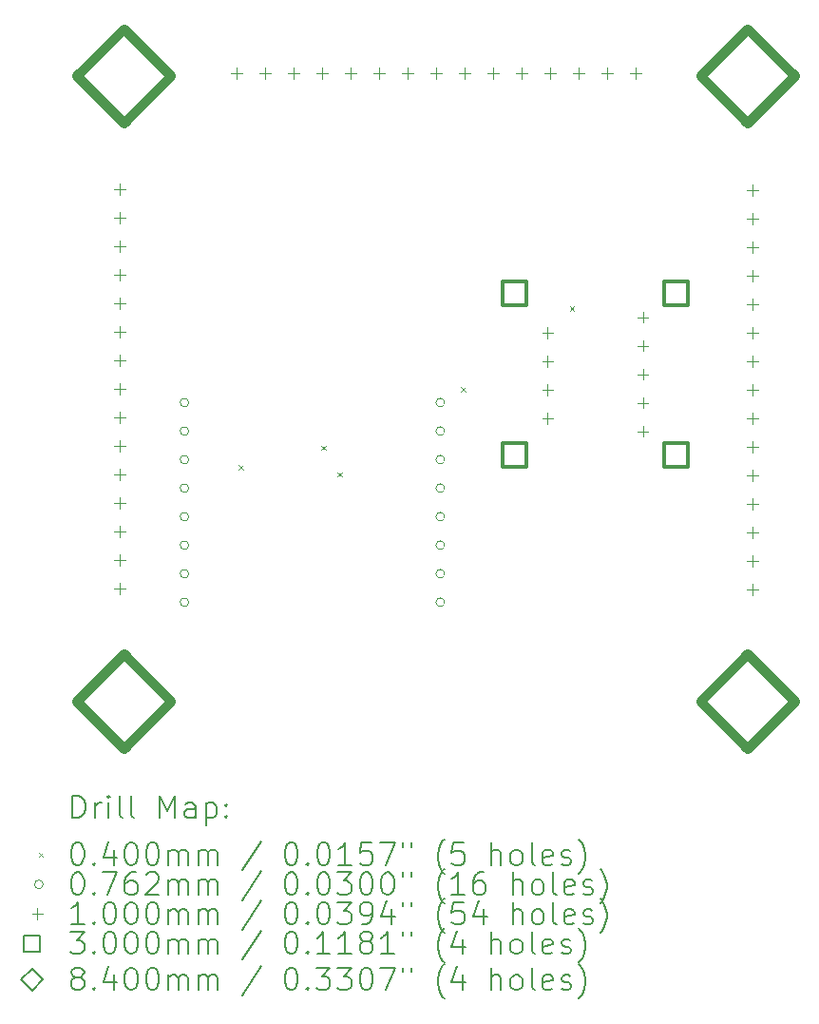
<source format=gbr>
%TF.GenerationSoftware,KiCad,Pcbnew,7.0.7*%
%TF.CreationDate,2024-04-01T01:40:19+05:30*%
%TF.ProjectId,FC_THT_STACK_2,46435f54-4854-45f5-9354-41434b5f322e,rev?*%
%TF.SameCoordinates,Original*%
%TF.FileFunction,Drillmap*%
%TF.FilePolarity,Positive*%
%FSLAX45Y45*%
G04 Gerber Fmt 4.5, Leading zero omitted, Abs format (unit mm)*
G04 Created by KiCad (PCBNEW 7.0.7) date 2024-04-01 01:40:19*
%MOMM*%
%LPD*%
G01*
G04 APERTURE LIST*
%ADD10C,0.200000*%
%ADD11C,0.040000*%
%ADD12C,0.076200*%
%ADD13C,0.100000*%
%ADD14C,0.300000*%
%ADD15C,0.840000*%
G04 APERTURE END LIST*
D10*
D11*
X10554020Y-9682800D02*
X10594020Y-9722800D01*
X10594020Y-9682800D02*
X10554020Y-9722800D01*
X11288080Y-9510080D02*
X11328080Y-9550080D01*
X11328080Y-9510080D02*
X11288080Y-9550080D01*
X11435400Y-9746300D02*
X11475400Y-9786300D01*
X11475400Y-9746300D02*
X11435400Y-9786300D01*
X12532680Y-8986840D02*
X12572680Y-9026840D01*
X12572680Y-8986840D02*
X12532680Y-9026840D01*
X13502960Y-8268020D02*
X13542960Y-8308020D01*
X13542960Y-8268020D02*
X13502960Y-8308020D01*
D12*
X10107580Y-9126220D02*
G75*
G03*
X10107580Y-9126220I-38100J0D01*
G01*
X10107580Y-9380220D02*
G75*
G03*
X10107580Y-9380220I-38100J0D01*
G01*
X10107580Y-9634220D02*
G75*
G03*
X10107580Y-9634220I-38100J0D01*
G01*
X10107580Y-9888220D02*
G75*
G03*
X10107580Y-9888220I-38100J0D01*
G01*
X10107580Y-10142220D02*
G75*
G03*
X10107580Y-10142220I-38100J0D01*
G01*
X10107580Y-10396220D02*
G75*
G03*
X10107580Y-10396220I-38100J0D01*
G01*
X10107580Y-10650220D02*
G75*
G03*
X10107580Y-10650220I-38100J0D01*
G01*
X10107580Y-10904220D02*
G75*
G03*
X10107580Y-10904220I-38100J0D01*
G01*
X12387580Y-9126220D02*
G75*
G03*
X12387580Y-9126220I-38100J0D01*
G01*
X12387580Y-9380220D02*
G75*
G03*
X12387580Y-9380220I-38100J0D01*
G01*
X12387580Y-9634220D02*
G75*
G03*
X12387580Y-9634220I-38100J0D01*
G01*
X12387580Y-9888220D02*
G75*
G03*
X12387580Y-9888220I-38100J0D01*
G01*
X12387580Y-10142220D02*
G75*
G03*
X12387580Y-10142220I-38100J0D01*
G01*
X12387580Y-10396220D02*
G75*
G03*
X12387580Y-10396220I-38100J0D01*
G01*
X12387580Y-10650220D02*
G75*
G03*
X12387580Y-10650220I-38100J0D01*
G01*
X12387580Y-10904220D02*
G75*
G03*
X12387580Y-10904220I-38100J0D01*
G01*
D13*
X9492680Y-7179180D02*
X9492680Y-7279180D01*
X9442680Y-7229180D02*
X9542680Y-7229180D01*
X9492680Y-7433180D02*
X9492680Y-7533180D01*
X9442680Y-7483180D02*
X9542680Y-7483180D01*
X9492680Y-7687180D02*
X9492680Y-7787180D01*
X9442680Y-7737180D02*
X9542680Y-7737180D01*
X9492680Y-7941180D02*
X9492680Y-8041180D01*
X9442680Y-7991180D02*
X9542680Y-7991180D01*
X9492680Y-8195180D02*
X9492680Y-8295180D01*
X9442680Y-8245180D02*
X9542680Y-8245180D01*
X9492680Y-8449180D02*
X9492680Y-8549180D01*
X9442680Y-8499180D02*
X9542680Y-8499180D01*
X9492680Y-8703180D02*
X9492680Y-8803180D01*
X9442680Y-8753180D02*
X9542680Y-8753180D01*
X9492680Y-8957180D02*
X9492680Y-9057180D01*
X9442680Y-9007180D02*
X9542680Y-9007180D01*
X9492680Y-9211180D02*
X9492680Y-9311180D01*
X9442680Y-9261180D02*
X9542680Y-9261180D01*
X9492680Y-9465180D02*
X9492680Y-9565180D01*
X9442680Y-9515180D02*
X9542680Y-9515180D01*
X9492680Y-9719180D02*
X9492680Y-9819180D01*
X9442680Y-9769180D02*
X9542680Y-9769180D01*
X9492680Y-9973180D02*
X9492680Y-10073180D01*
X9442680Y-10023180D02*
X9542680Y-10023180D01*
X9492680Y-10227180D02*
X9492680Y-10327180D01*
X9442680Y-10277180D02*
X9542680Y-10277180D01*
X9492680Y-10481180D02*
X9492680Y-10581180D01*
X9442680Y-10531180D02*
X9542680Y-10531180D01*
X9492680Y-10735180D02*
X9492680Y-10835180D01*
X9442680Y-10785180D02*
X9542680Y-10785180D01*
X10535180Y-6140680D02*
X10535180Y-6240680D01*
X10485180Y-6190680D02*
X10585180Y-6190680D01*
X10789180Y-6140680D02*
X10789180Y-6240680D01*
X10739180Y-6190680D02*
X10839180Y-6190680D01*
X11043180Y-6140680D02*
X11043180Y-6240680D01*
X10993180Y-6190680D02*
X11093180Y-6190680D01*
X11297180Y-6140680D02*
X11297180Y-6240680D01*
X11247180Y-6190680D02*
X11347180Y-6190680D01*
X11551180Y-6140680D02*
X11551180Y-6240680D01*
X11501180Y-6190680D02*
X11601180Y-6190680D01*
X11805180Y-6140680D02*
X11805180Y-6240680D01*
X11755180Y-6190680D02*
X11855180Y-6190680D01*
X12059180Y-6140680D02*
X12059180Y-6240680D01*
X12009180Y-6190680D02*
X12109180Y-6190680D01*
X12313180Y-6140680D02*
X12313180Y-6240680D01*
X12263180Y-6190680D02*
X12363180Y-6190680D01*
X12567180Y-6140680D02*
X12567180Y-6240680D01*
X12517180Y-6190680D02*
X12617180Y-6190680D01*
X12821180Y-6140680D02*
X12821180Y-6240680D01*
X12771180Y-6190680D02*
X12871180Y-6190680D01*
X13075180Y-6140680D02*
X13075180Y-6240680D01*
X13025180Y-6190680D02*
X13125180Y-6190680D01*
X13307060Y-8451380D02*
X13307060Y-8551380D01*
X13257060Y-8501380D02*
X13357060Y-8501380D01*
X13307060Y-8705380D02*
X13307060Y-8805380D01*
X13257060Y-8755380D02*
X13357060Y-8755380D01*
X13307060Y-8959380D02*
X13307060Y-9059380D01*
X13257060Y-9009380D02*
X13357060Y-9009380D01*
X13307060Y-9213380D02*
X13307060Y-9313380D01*
X13257060Y-9263380D02*
X13357060Y-9263380D01*
X13329180Y-6140680D02*
X13329180Y-6240680D01*
X13279180Y-6190680D02*
X13379180Y-6190680D01*
X13583180Y-6140680D02*
X13583180Y-6240680D01*
X13533180Y-6190680D02*
X13633180Y-6190680D01*
X13837180Y-6140680D02*
X13837180Y-6240680D01*
X13787180Y-6190680D02*
X13887180Y-6190680D01*
X14091180Y-6140680D02*
X14091180Y-6240680D01*
X14041180Y-6190680D02*
X14141180Y-6190680D01*
X14154060Y-8315380D02*
X14154060Y-8415380D01*
X14104060Y-8365380D02*
X14204060Y-8365380D01*
X14154060Y-8569380D02*
X14154060Y-8669380D01*
X14104060Y-8619380D02*
X14204060Y-8619380D01*
X14154060Y-8823380D02*
X14154060Y-8923380D01*
X14104060Y-8873380D02*
X14204060Y-8873380D01*
X14154060Y-9077380D02*
X14154060Y-9177380D01*
X14104060Y-9127380D02*
X14204060Y-9127380D01*
X14154060Y-9331380D02*
X14154060Y-9431380D01*
X14104060Y-9381380D02*
X14204060Y-9381380D01*
X15132680Y-7182180D02*
X15132680Y-7282180D01*
X15082680Y-7232180D02*
X15182680Y-7232180D01*
X15132680Y-7436180D02*
X15132680Y-7536180D01*
X15082680Y-7486180D02*
X15182680Y-7486180D01*
X15132680Y-7690180D02*
X15132680Y-7790180D01*
X15082680Y-7740180D02*
X15182680Y-7740180D01*
X15132680Y-7944180D02*
X15132680Y-8044180D01*
X15082680Y-7994180D02*
X15182680Y-7994180D01*
X15132680Y-8198180D02*
X15132680Y-8298180D01*
X15082680Y-8248180D02*
X15182680Y-8248180D01*
X15132680Y-8452180D02*
X15132680Y-8552180D01*
X15082680Y-8502180D02*
X15182680Y-8502180D01*
X15132680Y-8706180D02*
X15132680Y-8806180D01*
X15082680Y-8756180D02*
X15182680Y-8756180D01*
X15132680Y-8960180D02*
X15132680Y-9060180D01*
X15082680Y-9010180D02*
X15182680Y-9010180D01*
X15132680Y-9214180D02*
X15132680Y-9314180D01*
X15082680Y-9264180D02*
X15182680Y-9264180D01*
X15132680Y-9468180D02*
X15132680Y-9568180D01*
X15082680Y-9518180D02*
X15182680Y-9518180D01*
X15132680Y-9722180D02*
X15132680Y-9822180D01*
X15082680Y-9772180D02*
X15182680Y-9772180D01*
X15132680Y-9976180D02*
X15132680Y-10076180D01*
X15082680Y-10026180D02*
X15182680Y-10026180D01*
X15132680Y-10230180D02*
X15132680Y-10330180D01*
X15082680Y-10280180D02*
X15182680Y-10280180D01*
X15132680Y-10484180D02*
X15132680Y-10584180D01*
X15082680Y-10534180D02*
X15182680Y-10534180D01*
X15132680Y-10738180D02*
X15132680Y-10838180D01*
X15082680Y-10788180D02*
X15182680Y-10788180D01*
D14*
X13113127Y-8260447D02*
X13113127Y-8048313D01*
X12900993Y-8048313D01*
X12900993Y-8260447D01*
X13113127Y-8260447D01*
X13113127Y-9700447D02*
X13113127Y-9488313D01*
X12900993Y-9488313D01*
X12900993Y-9700447D01*
X13113127Y-9700447D01*
X14553127Y-8260447D02*
X14553127Y-8048313D01*
X14340993Y-8048313D01*
X14340993Y-8260447D01*
X14553127Y-8260447D01*
X14553127Y-9700447D02*
X14553127Y-9488313D01*
X14340993Y-9488313D01*
X14340993Y-9700447D01*
X14553127Y-9700447D01*
D15*
X9532680Y-6640680D02*
X9952680Y-6220680D01*
X9532680Y-5800680D01*
X9112680Y-6220680D01*
X9532680Y-6640680D01*
X9532680Y-12210680D02*
X9952680Y-11790680D01*
X9532680Y-11370680D01*
X9112680Y-11790680D01*
X9532680Y-12210680D01*
X15092680Y-6642180D02*
X15512680Y-6222180D01*
X15092680Y-5802180D01*
X14672680Y-6222180D01*
X15092680Y-6642180D01*
X15092680Y-12210680D02*
X15512680Y-11790680D01*
X15092680Y-11370680D01*
X14672680Y-11790680D01*
X15092680Y-12210680D01*
D10*
X9070957Y-12824664D02*
X9070957Y-12624664D01*
X9070957Y-12624664D02*
X9118576Y-12624664D01*
X9118576Y-12624664D02*
X9147147Y-12634188D01*
X9147147Y-12634188D02*
X9166195Y-12653235D01*
X9166195Y-12653235D02*
X9175719Y-12672283D01*
X9175719Y-12672283D02*
X9185243Y-12710378D01*
X9185243Y-12710378D02*
X9185243Y-12738949D01*
X9185243Y-12738949D02*
X9175719Y-12777045D01*
X9175719Y-12777045D02*
X9166195Y-12796092D01*
X9166195Y-12796092D02*
X9147147Y-12815140D01*
X9147147Y-12815140D02*
X9118576Y-12824664D01*
X9118576Y-12824664D02*
X9070957Y-12824664D01*
X9270957Y-12824664D02*
X9270957Y-12691330D01*
X9270957Y-12729426D02*
X9280481Y-12710378D01*
X9280481Y-12710378D02*
X9290004Y-12700854D01*
X9290004Y-12700854D02*
X9309052Y-12691330D01*
X9309052Y-12691330D02*
X9328100Y-12691330D01*
X9394766Y-12824664D02*
X9394766Y-12691330D01*
X9394766Y-12624664D02*
X9385243Y-12634188D01*
X9385243Y-12634188D02*
X9394766Y-12643711D01*
X9394766Y-12643711D02*
X9404290Y-12634188D01*
X9404290Y-12634188D02*
X9394766Y-12624664D01*
X9394766Y-12624664D02*
X9394766Y-12643711D01*
X9518576Y-12824664D02*
X9499528Y-12815140D01*
X9499528Y-12815140D02*
X9490004Y-12796092D01*
X9490004Y-12796092D02*
X9490004Y-12624664D01*
X9623338Y-12824664D02*
X9604290Y-12815140D01*
X9604290Y-12815140D02*
X9594766Y-12796092D01*
X9594766Y-12796092D02*
X9594766Y-12624664D01*
X9851909Y-12824664D02*
X9851909Y-12624664D01*
X9851909Y-12624664D02*
X9918576Y-12767521D01*
X9918576Y-12767521D02*
X9985243Y-12624664D01*
X9985243Y-12624664D02*
X9985243Y-12824664D01*
X10166195Y-12824664D02*
X10166195Y-12719902D01*
X10166195Y-12719902D02*
X10156671Y-12700854D01*
X10156671Y-12700854D02*
X10137624Y-12691330D01*
X10137624Y-12691330D02*
X10099528Y-12691330D01*
X10099528Y-12691330D02*
X10080481Y-12700854D01*
X10166195Y-12815140D02*
X10147147Y-12824664D01*
X10147147Y-12824664D02*
X10099528Y-12824664D01*
X10099528Y-12824664D02*
X10080481Y-12815140D01*
X10080481Y-12815140D02*
X10070957Y-12796092D01*
X10070957Y-12796092D02*
X10070957Y-12777045D01*
X10070957Y-12777045D02*
X10080481Y-12757997D01*
X10080481Y-12757997D02*
X10099528Y-12748473D01*
X10099528Y-12748473D02*
X10147147Y-12748473D01*
X10147147Y-12748473D02*
X10166195Y-12738949D01*
X10261433Y-12691330D02*
X10261433Y-12891330D01*
X10261433Y-12700854D02*
X10280481Y-12691330D01*
X10280481Y-12691330D02*
X10318576Y-12691330D01*
X10318576Y-12691330D02*
X10337624Y-12700854D01*
X10337624Y-12700854D02*
X10347147Y-12710378D01*
X10347147Y-12710378D02*
X10356671Y-12729426D01*
X10356671Y-12729426D02*
X10356671Y-12786568D01*
X10356671Y-12786568D02*
X10347147Y-12805616D01*
X10347147Y-12805616D02*
X10337624Y-12815140D01*
X10337624Y-12815140D02*
X10318576Y-12824664D01*
X10318576Y-12824664D02*
X10280481Y-12824664D01*
X10280481Y-12824664D02*
X10261433Y-12815140D01*
X10442385Y-12805616D02*
X10451909Y-12815140D01*
X10451909Y-12815140D02*
X10442385Y-12824664D01*
X10442385Y-12824664D02*
X10432862Y-12815140D01*
X10432862Y-12815140D02*
X10442385Y-12805616D01*
X10442385Y-12805616D02*
X10442385Y-12824664D01*
X10442385Y-12700854D02*
X10451909Y-12710378D01*
X10451909Y-12710378D02*
X10442385Y-12719902D01*
X10442385Y-12719902D02*
X10432862Y-12710378D01*
X10432862Y-12710378D02*
X10442385Y-12700854D01*
X10442385Y-12700854D02*
X10442385Y-12719902D01*
D11*
X8770180Y-13133180D02*
X8810180Y-13173180D01*
X8810180Y-13133180D02*
X8770180Y-13173180D01*
D10*
X9109052Y-13044664D02*
X9128100Y-13044664D01*
X9128100Y-13044664D02*
X9147147Y-13054188D01*
X9147147Y-13054188D02*
X9156671Y-13063711D01*
X9156671Y-13063711D02*
X9166195Y-13082759D01*
X9166195Y-13082759D02*
X9175719Y-13120854D01*
X9175719Y-13120854D02*
X9175719Y-13168473D01*
X9175719Y-13168473D02*
X9166195Y-13206568D01*
X9166195Y-13206568D02*
X9156671Y-13225616D01*
X9156671Y-13225616D02*
X9147147Y-13235140D01*
X9147147Y-13235140D02*
X9128100Y-13244664D01*
X9128100Y-13244664D02*
X9109052Y-13244664D01*
X9109052Y-13244664D02*
X9090004Y-13235140D01*
X9090004Y-13235140D02*
X9080481Y-13225616D01*
X9080481Y-13225616D02*
X9070957Y-13206568D01*
X9070957Y-13206568D02*
X9061433Y-13168473D01*
X9061433Y-13168473D02*
X9061433Y-13120854D01*
X9061433Y-13120854D02*
X9070957Y-13082759D01*
X9070957Y-13082759D02*
X9080481Y-13063711D01*
X9080481Y-13063711D02*
X9090004Y-13054188D01*
X9090004Y-13054188D02*
X9109052Y-13044664D01*
X9261433Y-13225616D02*
X9270957Y-13235140D01*
X9270957Y-13235140D02*
X9261433Y-13244664D01*
X9261433Y-13244664D02*
X9251909Y-13235140D01*
X9251909Y-13235140D02*
X9261433Y-13225616D01*
X9261433Y-13225616D02*
X9261433Y-13244664D01*
X9442385Y-13111330D02*
X9442385Y-13244664D01*
X9394766Y-13035140D02*
X9347147Y-13177997D01*
X9347147Y-13177997D02*
X9470957Y-13177997D01*
X9585243Y-13044664D02*
X9604290Y-13044664D01*
X9604290Y-13044664D02*
X9623338Y-13054188D01*
X9623338Y-13054188D02*
X9632862Y-13063711D01*
X9632862Y-13063711D02*
X9642385Y-13082759D01*
X9642385Y-13082759D02*
X9651909Y-13120854D01*
X9651909Y-13120854D02*
X9651909Y-13168473D01*
X9651909Y-13168473D02*
X9642385Y-13206568D01*
X9642385Y-13206568D02*
X9632862Y-13225616D01*
X9632862Y-13225616D02*
X9623338Y-13235140D01*
X9623338Y-13235140D02*
X9604290Y-13244664D01*
X9604290Y-13244664D02*
X9585243Y-13244664D01*
X9585243Y-13244664D02*
X9566195Y-13235140D01*
X9566195Y-13235140D02*
X9556671Y-13225616D01*
X9556671Y-13225616D02*
X9547147Y-13206568D01*
X9547147Y-13206568D02*
X9537624Y-13168473D01*
X9537624Y-13168473D02*
X9537624Y-13120854D01*
X9537624Y-13120854D02*
X9547147Y-13082759D01*
X9547147Y-13082759D02*
X9556671Y-13063711D01*
X9556671Y-13063711D02*
X9566195Y-13054188D01*
X9566195Y-13054188D02*
X9585243Y-13044664D01*
X9775719Y-13044664D02*
X9794766Y-13044664D01*
X9794766Y-13044664D02*
X9813814Y-13054188D01*
X9813814Y-13054188D02*
X9823338Y-13063711D01*
X9823338Y-13063711D02*
X9832862Y-13082759D01*
X9832862Y-13082759D02*
X9842385Y-13120854D01*
X9842385Y-13120854D02*
X9842385Y-13168473D01*
X9842385Y-13168473D02*
X9832862Y-13206568D01*
X9832862Y-13206568D02*
X9823338Y-13225616D01*
X9823338Y-13225616D02*
X9813814Y-13235140D01*
X9813814Y-13235140D02*
X9794766Y-13244664D01*
X9794766Y-13244664D02*
X9775719Y-13244664D01*
X9775719Y-13244664D02*
X9756671Y-13235140D01*
X9756671Y-13235140D02*
X9747147Y-13225616D01*
X9747147Y-13225616D02*
X9737624Y-13206568D01*
X9737624Y-13206568D02*
X9728100Y-13168473D01*
X9728100Y-13168473D02*
X9728100Y-13120854D01*
X9728100Y-13120854D02*
X9737624Y-13082759D01*
X9737624Y-13082759D02*
X9747147Y-13063711D01*
X9747147Y-13063711D02*
X9756671Y-13054188D01*
X9756671Y-13054188D02*
X9775719Y-13044664D01*
X9928100Y-13244664D02*
X9928100Y-13111330D01*
X9928100Y-13130378D02*
X9937624Y-13120854D01*
X9937624Y-13120854D02*
X9956671Y-13111330D01*
X9956671Y-13111330D02*
X9985243Y-13111330D01*
X9985243Y-13111330D02*
X10004290Y-13120854D01*
X10004290Y-13120854D02*
X10013814Y-13139902D01*
X10013814Y-13139902D02*
X10013814Y-13244664D01*
X10013814Y-13139902D02*
X10023338Y-13120854D01*
X10023338Y-13120854D02*
X10042385Y-13111330D01*
X10042385Y-13111330D02*
X10070957Y-13111330D01*
X10070957Y-13111330D02*
X10090005Y-13120854D01*
X10090005Y-13120854D02*
X10099528Y-13139902D01*
X10099528Y-13139902D02*
X10099528Y-13244664D01*
X10194766Y-13244664D02*
X10194766Y-13111330D01*
X10194766Y-13130378D02*
X10204290Y-13120854D01*
X10204290Y-13120854D02*
X10223338Y-13111330D01*
X10223338Y-13111330D02*
X10251909Y-13111330D01*
X10251909Y-13111330D02*
X10270957Y-13120854D01*
X10270957Y-13120854D02*
X10280481Y-13139902D01*
X10280481Y-13139902D02*
X10280481Y-13244664D01*
X10280481Y-13139902D02*
X10290005Y-13120854D01*
X10290005Y-13120854D02*
X10309052Y-13111330D01*
X10309052Y-13111330D02*
X10337624Y-13111330D01*
X10337624Y-13111330D02*
X10356671Y-13120854D01*
X10356671Y-13120854D02*
X10366195Y-13139902D01*
X10366195Y-13139902D02*
X10366195Y-13244664D01*
X10756671Y-13035140D02*
X10585243Y-13292283D01*
X11013814Y-13044664D02*
X11032862Y-13044664D01*
X11032862Y-13044664D02*
X11051909Y-13054188D01*
X11051909Y-13054188D02*
X11061433Y-13063711D01*
X11061433Y-13063711D02*
X11070957Y-13082759D01*
X11070957Y-13082759D02*
X11080481Y-13120854D01*
X11080481Y-13120854D02*
X11080481Y-13168473D01*
X11080481Y-13168473D02*
X11070957Y-13206568D01*
X11070957Y-13206568D02*
X11061433Y-13225616D01*
X11061433Y-13225616D02*
X11051909Y-13235140D01*
X11051909Y-13235140D02*
X11032862Y-13244664D01*
X11032862Y-13244664D02*
X11013814Y-13244664D01*
X11013814Y-13244664D02*
X10994767Y-13235140D01*
X10994767Y-13235140D02*
X10985243Y-13225616D01*
X10985243Y-13225616D02*
X10975719Y-13206568D01*
X10975719Y-13206568D02*
X10966195Y-13168473D01*
X10966195Y-13168473D02*
X10966195Y-13120854D01*
X10966195Y-13120854D02*
X10975719Y-13082759D01*
X10975719Y-13082759D02*
X10985243Y-13063711D01*
X10985243Y-13063711D02*
X10994767Y-13054188D01*
X10994767Y-13054188D02*
X11013814Y-13044664D01*
X11166195Y-13225616D02*
X11175719Y-13235140D01*
X11175719Y-13235140D02*
X11166195Y-13244664D01*
X11166195Y-13244664D02*
X11156671Y-13235140D01*
X11156671Y-13235140D02*
X11166195Y-13225616D01*
X11166195Y-13225616D02*
X11166195Y-13244664D01*
X11299528Y-13044664D02*
X11318576Y-13044664D01*
X11318576Y-13044664D02*
X11337624Y-13054188D01*
X11337624Y-13054188D02*
X11347147Y-13063711D01*
X11347147Y-13063711D02*
X11356671Y-13082759D01*
X11356671Y-13082759D02*
X11366195Y-13120854D01*
X11366195Y-13120854D02*
X11366195Y-13168473D01*
X11366195Y-13168473D02*
X11356671Y-13206568D01*
X11356671Y-13206568D02*
X11347147Y-13225616D01*
X11347147Y-13225616D02*
X11337624Y-13235140D01*
X11337624Y-13235140D02*
X11318576Y-13244664D01*
X11318576Y-13244664D02*
X11299528Y-13244664D01*
X11299528Y-13244664D02*
X11280481Y-13235140D01*
X11280481Y-13235140D02*
X11270957Y-13225616D01*
X11270957Y-13225616D02*
X11261433Y-13206568D01*
X11261433Y-13206568D02*
X11251909Y-13168473D01*
X11251909Y-13168473D02*
X11251909Y-13120854D01*
X11251909Y-13120854D02*
X11261433Y-13082759D01*
X11261433Y-13082759D02*
X11270957Y-13063711D01*
X11270957Y-13063711D02*
X11280481Y-13054188D01*
X11280481Y-13054188D02*
X11299528Y-13044664D01*
X11556671Y-13244664D02*
X11442386Y-13244664D01*
X11499528Y-13244664D02*
X11499528Y-13044664D01*
X11499528Y-13044664D02*
X11480481Y-13073235D01*
X11480481Y-13073235D02*
X11461433Y-13092283D01*
X11461433Y-13092283D02*
X11442386Y-13101807D01*
X11737624Y-13044664D02*
X11642386Y-13044664D01*
X11642386Y-13044664D02*
X11632862Y-13139902D01*
X11632862Y-13139902D02*
X11642386Y-13130378D01*
X11642386Y-13130378D02*
X11661433Y-13120854D01*
X11661433Y-13120854D02*
X11709052Y-13120854D01*
X11709052Y-13120854D02*
X11728100Y-13130378D01*
X11728100Y-13130378D02*
X11737624Y-13139902D01*
X11737624Y-13139902D02*
X11747147Y-13158949D01*
X11747147Y-13158949D02*
X11747147Y-13206568D01*
X11747147Y-13206568D02*
X11737624Y-13225616D01*
X11737624Y-13225616D02*
X11728100Y-13235140D01*
X11728100Y-13235140D02*
X11709052Y-13244664D01*
X11709052Y-13244664D02*
X11661433Y-13244664D01*
X11661433Y-13244664D02*
X11642386Y-13235140D01*
X11642386Y-13235140D02*
X11632862Y-13225616D01*
X11813814Y-13044664D02*
X11947147Y-13044664D01*
X11947147Y-13044664D02*
X11861433Y-13244664D01*
X12013814Y-13044664D02*
X12013814Y-13082759D01*
X12090005Y-13044664D02*
X12090005Y-13082759D01*
X12385243Y-13320854D02*
X12375719Y-13311330D01*
X12375719Y-13311330D02*
X12356671Y-13282759D01*
X12356671Y-13282759D02*
X12347148Y-13263711D01*
X12347148Y-13263711D02*
X12337624Y-13235140D01*
X12337624Y-13235140D02*
X12328100Y-13187521D01*
X12328100Y-13187521D02*
X12328100Y-13149426D01*
X12328100Y-13149426D02*
X12337624Y-13101807D01*
X12337624Y-13101807D02*
X12347148Y-13073235D01*
X12347148Y-13073235D02*
X12356671Y-13054188D01*
X12356671Y-13054188D02*
X12375719Y-13025616D01*
X12375719Y-13025616D02*
X12385243Y-13016092D01*
X12556671Y-13044664D02*
X12461433Y-13044664D01*
X12461433Y-13044664D02*
X12451909Y-13139902D01*
X12451909Y-13139902D02*
X12461433Y-13130378D01*
X12461433Y-13130378D02*
X12480481Y-13120854D01*
X12480481Y-13120854D02*
X12528100Y-13120854D01*
X12528100Y-13120854D02*
X12547148Y-13130378D01*
X12547148Y-13130378D02*
X12556671Y-13139902D01*
X12556671Y-13139902D02*
X12566195Y-13158949D01*
X12566195Y-13158949D02*
X12566195Y-13206568D01*
X12566195Y-13206568D02*
X12556671Y-13225616D01*
X12556671Y-13225616D02*
X12547148Y-13235140D01*
X12547148Y-13235140D02*
X12528100Y-13244664D01*
X12528100Y-13244664D02*
X12480481Y-13244664D01*
X12480481Y-13244664D02*
X12461433Y-13235140D01*
X12461433Y-13235140D02*
X12451909Y-13225616D01*
X12804290Y-13244664D02*
X12804290Y-13044664D01*
X12890005Y-13244664D02*
X12890005Y-13139902D01*
X12890005Y-13139902D02*
X12880481Y-13120854D01*
X12880481Y-13120854D02*
X12861433Y-13111330D01*
X12861433Y-13111330D02*
X12832862Y-13111330D01*
X12832862Y-13111330D02*
X12813814Y-13120854D01*
X12813814Y-13120854D02*
X12804290Y-13130378D01*
X13013814Y-13244664D02*
X12994767Y-13235140D01*
X12994767Y-13235140D02*
X12985243Y-13225616D01*
X12985243Y-13225616D02*
X12975719Y-13206568D01*
X12975719Y-13206568D02*
X12975719Y-13149426D01*
X12975719Y-13149426D02*
X12985243Y-13130378D01*
X12985243Y-13130378D02*
X12994767Y-13120854D01*
X12994767Y-13120854D02*
X13013814Y-13111330D01*
X13013814Y-13111330D02*
X13042386Y-13111330D01*
X13042386Y-13111330D02*
X13061433Y-13120854D01*
X13061433Y-13120854D02*
X13070957Y-13130378D01*
X13070957Y-13130378D02*
X13080481Y-13149426D01*
X13080481Y-13149426D02*
X13080481Y-13206568D01*
X13080481Y-13206568D02*
X13070957Y-13225616D01*
X13070957Y-13225616D02*
X13061433Y-13235140D01*
X13061433Y-13235140D02*
X13042386Y-13244664D01*
X13042386Y-13244664D02*
X13013814Y-13244664D01*
X13194767Y-13244664D02*
X13175719Y-13235140D01*
X13175719Y-13235140D02*
X13166195Y-13216092D01*
X13166195Y-13216092D02*
X13166195Y-13044664D01*
X13347148Y-13235140D02*
X13328100Y-13244664D01*
X13328100Y-13244664D02*
X13290005Y-13244664D01*
X13290005Y-13244664D02*
X13270957Y-13235140D01*
X13270957Y-13235140D02*
X13261433Y-13216092D01*
X13261433Y-13216092D02*
X13261433Y-13139902D01*
X13261433Y-13139902D02*
X13270957Y-13120854D01*
X13270957Y-13120854D02*
X13290005Y-13111330D01*
X13290005Y-13111330D02*
X13328100Y-13111330D01*
X13328100Y-13111330D02*
X13347148Y-13120854D01*
X13347148Y-13120854D02*
X13356671Y-13139902D01*
X13356671Y-13139902D02*
X13356671Y-13158949D01*
X13356671Y-13158949D02*
X13261433Y-13177997D01*
X13432862Y-13235140D02*
X13451910Y-13244664D01*
X13451910Y-13244664D02*
X13490005Y-13244664D01*
X13490005Y-13244664D02*
X13509052Y-13235140D01*
X13509052Y-13235140D02*
X13518576Y-13216092D01*
X13518576Y-13216092D02*
X13518576Y-13206568D01*
X13518576Y-13206568D02*
X13509052Y-13187521D01*
X13509052Y-13187521D02*
X13490005Y-13177997D01*
X13490005Y-13177997D02*
X13461433Y-13177997D01*
X13461433Y-13177997D02*
X13442386Y-13168473D01*
X13442386Y-13168473D02*
X13432862Y-13149426D01*
X13432862Y-13149426D02*
X13432862Y-13139902D01*
X13432862Y-13139902D02*
X13442386Y-13120854D01*
X13442386Y-13120854D02*
X13461433Y-13111330D01*
X13461433Y-13111330D02*
X13490005Y-13111330D01*
X13490005Y-13111330D02*
X13509052Y-13120854D01*
X13585243Y-13320854D02*
X13594767Y-13311330D01*
X13594767Y-13311330D02*
X13613814Y-13282759D01*
X13613814Y-13282759D02*
X13623338Y-13263711D01*
X13623338Y-13263711D02*
X13632862Y-13235140D01*
X13632862Y-13235140D02*
X13642386Y-13187521D01*
X13642386Y-13187521D02*
X13642386Y-13149426D01*
X13642386Y-13149426D02*
X13632862Y-13101807D01*
X13632862Y-13101807D02*
X13623338Y-13073235D01*
X13623338Y-13073235D02*
X13613814Y-13054188D01*
X13613814Y-13054188D02*
X13594767Y-13025616D01*
X13594767Y-13025616D02*
X13585243Y-13016092D01*
D12*
X8810180Y-13417180D02*
G75*
G03*
X8810180Y-13417180I-38100J0D01*
G01*
D10*
X9109052Y-13308664D02*
X9128100Y-13308664D01*
X9128100Y-13308664D02*
X9147147Y-13318188D01*
X9147147Y-13318188D02*
X9156671Y-13327711D01*
X9156671Y-13327711D02*
X9166195Y-13346759D01*
X9166195Y-13346759D02*
X9175719Y-13384854D01*
X9175719Y-13384854D02*
X9175719Y-13432473D01*
X9175719Y-13432473D02*
X9166195Y-13470568D01*
X9166195Y-13470568D02*
X9156671Y-13489616D01*
X9156671Y-13489616D02*
X9147147Y-13499140D01*
X9147147Y-13499140D02*
X9128100Y-13508664D01*
X9128100Y-13508664D02*
X9109052Y-13508664D01*
X9109052Y-13508664D02*
X9090004Y-13499140D01*
X9090004Y-13499140D02*
X9080481Y-13489616D01*
X9080481Y-13489616D02*
X9070957Y-13470568D01*
X9070957Y-13470568D02*
X9061433Y-13432473D01*
X9061433Y-13432473D02*
X9061433Y-13384854D01*
X9061433Y-13384854D02*
X9070957Y-13346759D01*
X9070957Y-13346759D02*
X9080481Y-13327711D01*
X9080481Y-13327711D02*
X9090004Y-13318188D01*
X9090004Y-13318188D02*
X9109052Y-13308664D01*
X9261433Y-13489616D02*
X9270957Y-13499140D01*
X9270957Y-13499140D02*
X9261433Y-13508664D01*
X9261433Y-13508664D02*
X9251909Y-13499140D01*
X9251909Y-13499140D02*
X9261433Y-13489616D01*
X9261433Y-13489616D02*
X9261433Y-13508664D01*
X9337624Y-13308664D02*
X9470957Y-13308664D01*
X9470957Y-13308664D02*
X9385243Y-13508664D01*
X9632862Y-13308664D02*
X9594766Y-13308664D01*
X9594766Y-13308664D02*
X9575719Y-13318188D01*
X9575719Y-13318188D02*
X9566195Y-13327711D01*
X9566195Y-13327711D02*
X9547147Y-13356283D01*
X9547147Y-13356283D02*
X9537624Y-13394378D01*
X9537624Y-13394378D02*
X9537624Y-13470568D01*
X9537624Y-13470568D02*
X9547147Y-13489616D01*
X9547147Y-13489616D02*
X9556671Y-13499140D01*
X9556671Y-13499140D02*
X9575719Y-13508664D01*
X9575719Y-13508664D02*
X9613814Y-13508664D01*
X9613814Y-13508664D02*
X9632862Y-13499140D01*
X9632862Y-13499140D02*
X9642385Y-13489616D01*
X9642385Y-13489616D02*
X9651909Y-13470568D01*
X9651909Y-13470568D02*
X9651909Y-13422949D01*
X9651909Y-13422949D02*
X9642385Y-13403902D01*
X9642385Y-13403902D02*
X9632862Y-13394378D01*
X9632862Y-13394378D02*
X9613814Y-13384854D01*
X9613814Y-13384854D02*
X9575719Y-13384854D01*
X9575719Y-13384854D02*
X9556671Y-13394378D01*
X9556671Y-13394378D02*
X9547147Y-13403902D01*
X9547147Y-13403902D02*
X9537624Y-13422949D01*
X9728100Y-13327711D02*
X9737624Y-13318188D01*
X9737624Y-13318188D02*
X9756671Y-13308664D01*
X9756671Y-13308664D02*
X9804290Y-13308664D01*
X9804290Y-13308664D02*
X9823338Y-13318188D01*
X9823338Y-13318188D02*
X9832862Y-13327711D01*
X9832862Y-13327711D02*
X9842385Y-13346759D01*
X9842385Y-13346759D02*
X9842385Y-13365807D01*
X9842385Y-13365807D02*
X9832862Y-13394378D01*
X9832862Y-13394378D02*
X9718576Y-13508664D01*
X9718576Y-13508664D02*
X9842385Y-13508664D01*
X9928100Y-13508664D02*
X9928100Y-13375330D01*
X9928100Y-13394378D02*
X9937624Y-13384854D01*
X9937624Y-13384854D02*
X9956671Y-13375330D01*
X9956671Y-13375330D02*
X9985243Y-13375330D01*
X9985243Y-13375330D02*
X10004290Y-13384854D01*
X10004290Y-13384854D02*
X10013814Y-13403902D01*
X10013814Y-13403902D02*
X10013814Y-13508664D01*
X10013814Y-13403902D02*
X10023338Y-13384854D01*
X10023338Y-13384854D02*
X10042385Y-13375330D01*
X10042385Y-13375330D02*
X10070957Y-13375330D01*
X10070957Y-13375330D02*
X10090005Y-13384854D01*
X10090005Y-13384854D02*
X10099528Y-13403902D01*
X10099528Y-13403902D02*
X10099528Y-13508664D01*
X10194766Y-13508664D02*
X10194766Y-13375330D01*
X10194766Y-13394378D02*
X10204290Y-13384854D01*
X10204290Y-13384854D02*
X10223338Y-13375330D01*
X10223338Y-13375330D02*
X10251909Y-13375330D01*
X10251909Y-13375330D02*
X10270957Y-13384854D01*
X10270957Y-13384854D02*
X10280481Y-13403902D01*
X10280481Y-13403902D02*
X10280481Y-13508664D01*
X10280481Y-13403902D02*
X10290005Y-13384854D01*
X10290005Y-13384854D02*
X10309052Y-13375330D01*
X10309052Y-13375330D02*
X10337624Y-13375330D01*
X10337624Y-13375330D02*
X10356671Y-13384854D01*
X10356671Y-13384854D02*
X10366195Y-13403902D01*
X10366195Y-13403902D02*
X10366195Y-13508664D01*
X10756671Y-13299140D02*
X10585243Y-13556283D01*
X11013814Y-13308664D02*
X11032862Y-13308664D01*
X11032862Y-13308664D02*
X11051909Y-13318188D01*
X11051909Y-13318188D02*
X11061433Y-13327711D01*
X11061433Y-13327711D02*
X11070957Y-13346759D01*
X11070957Y-13346759D02*
X11080481Y-13384854D01*
X11080481Y-13384854D02*
X11080481Y-13432473D01*
X11080481Y-13432473D02*
X11070957Y-13470568D01*
X11070957Y-13470568D02*
X11061433Y-13489616D01*
X11061433Y-13489616D02*
X11051909Y-13499140D01*
X11051909Y-13499140D02*
X11032862Y-13508664D01*
X11032862Y-13508664D02*
X11013814Y-13508664D01*
X11013814Y-13508664D02*
X10994767Y-13499140D01*
X10994767Y-13499140D02*
X10985243Y-13489616D01*
X10985243Y-13489616D02*
X10975719Y-13470568D01*
X10975719Y-13470568D02*
X10966195Y-13432473D01*
X10966195Y-13432473D02*
X10966195Y-13384854D01*
X10966195Y-13384854D02*
X10975719Y-13346759D01*
X10975719Y-13346759D02*
X10985243Y-13327711D01*
X10985243Y-13327711D02*
X10994767Y-13318188D01*
X10994767Y-13318188D02*
X11013814Y-13308664D01*
X11166195Y-13489616D02*
X11175719Y-13499140D01*
X11175719Y-13499140D02*
X11166195Y-13508664D01*
X11166195Y-13508664D02*
X11156671Y-13499140D01*
X11156671Y-13499140D02*
X11166195Y-13489616D01*
X11166195Y-13489616D02*
X11166195Y-13508664D01*
X11299528Y-13308664D02*
X11318576Y-13308664D01*
X11318576Y-13308664D02*
X11337624Y-13318188D01*
X11337624Y-13318188D02*
X11347147Y-13327711D01*
X11347147Y-13327711D02*
X11356671Y-13346759D01*
X11356671Y-13346759D02*
X11366195Y-13384854D01*
X11366195Y-13384854D02*
X11366195Y-13432473D01*
X11366195Y-13432473D02*
X11356671Y-13470568D01*
X11356671Y-13470568D02*
X11347147Y-13489616D01*
X11347147Y-13489616D02*
X11337624Y-13499140D01*
X11337624Y-13499140D02*
X11318576Y-13508664D01*
X11318576Y-13508664D02*
X11299528Y-13508664D01*
X11299528Y-13508664D02*
X11280481Y-13499140D01*
X11280481Y-13499140D02*
X11270957Y-13489616D01*
X11270957Y-13489616D02*
X11261433Y-13470568D01*
X11261433Y-13470568D02*
X11251909Y-13432473D01*
X11251909Y-13432473D02*
X11251909Y-13384854D01*
X11251909Y-13384854D02*
X11261433Y-13346759D01*
X11261433Y-13346759D02*
X11270957Y-13327711D01*
X11270957Y-13327711D02*
X11280481Y-13318188D01*
X11280481Y-13318188D02*
X11299528Y-13308664D01*
X11432862Y-13308664D02*
X11556671Y-13308664D01*
X11556671Y-13308664D02*
X11490005Y-13384854D01*
X11490005Y-13384854D02*
X11518576Y-13384854D01*
X11518576Y-13384854D02*
X11537624Y-13394378D01*
X11537624Y-13394378D02*
X11547147Y-13403902D01*
X11547147Y-13403902D02*
X11556671Y-13422949D01*
X11556671Y-13422949D02*
X11556671Y-13470568D01*
X11556671Y-13470568D02*
X11547147Y-13489616D01*
X11547147Y-13489616D02*
X11537624Y-13499140D01*
X11537624Y-13499140D02*
X11518576Y-13508664D01*
X11518576Y-13508664D02*
X11461433Y-13508664D01*
X11461433Y-13508664D02*
X11442386Y-13499140D01*
X11442386Y-13499140D02*
X11432862Y-13489616D01*
X11680481Y-13308664D02*
X11699528Y-13308664D01*
X11699528Y-13308664D02*
X11718576Y-13318188D01*
X11718576Y-13318188D02*
X11728100Y-13327711D01*
X11728100Y-13327711D02*
X11737624Y-13346759D01*
X11737624Y-13346759D02*
X11747147Y-13384854D01*
X11747147Y-13384854D02*
X11747147Y-13432473D01*
X11747147Y-13432473D02*
X11737624Y-13470568D01*
X11737624Y-13470568D02*
X11728100Y-13489616D01*
X11728100Y-13489616D02*
X11718576Y-13499140D01*
X11718576Y-13499140D02*
X11699528Y-13508664D01*
X11699528Y-13508664D02*
X11680481Y-13508664D01*
X11680481Y-13508664D02*
X11661433Y-13499140D01*
X11661433Y-13499140D02*
X11651909Y-13489616D01*
X11651909Y-13489616D02*
X11642386Y-13470568D01*
X11642386Y-13470568D02*
X11632862Y-13432473D01*
X11632862Y-13432473D02*
X11632862Y-13384854D01*
X11632862Y-13384854D02*
X11642386Y-13346759D01*
X11642386Y-13346759D02*
X11651909Y-13327711D01*
X11651909Y-13327711D02*
X11661433Y-13318188D01*
X11661433Y-13318188D02*
X11680481Y-13308664D01*
X11870957Y-13308664D02*
X11890005Y-13308664D01*
X11890005Y-13308664D02*
X11909052Y-13318188D01*
X11909052Y-13318188D02*
X11918576Y-13327711D01*
X11918576Y-13327711D02*
X11928100Y-13346759D01*
X11928100Y-13346759D02*
X11937624Y-13384854D01*
X11937624Y-13384854D02*
X11937624Y-13432473D01*
X11937624Y-13432473D02*
X11928100Y-13470568D01*
X11928100Y-13470568D02*
X11918576Y-13489616D01*
X11918576Y-13489616D02*
X11909052Y-13499140D01*
X11909052Y-13499140D02*
X11890005Y-13508664D01*
X11890005Y-13508664D02*
X11870957Y-13508664D01*
X11870957Y-13508664D02*
X11851909Y-13499140D01*
X11851909Y-13499140D02*
X11842386Y-13489616D01*
X11842386Y-13489616D02*
X11832862Y-13470568D01*
X11832862Y-13470568D02*
X11823338Y-13432473D01*
X11823338Y-13432473D02*
X11823338Y-13384854D01*
X11823338Y-13384854D02*
X11832862Y-13346759D01*
X11832862Y-13346759D02*
X11842386Y-13327711D01*
X11842386Y-13327711D02*
X11851909Y-13318188D01*
X11851909Y-13318188D02*
X11870957Y-13308664D01*
X12013814Y-13308664D02*
X12013814Y-13346759D01*
X12090005Y-13308664D02*
X12090005Y-13346759D01*
X12385243Y-13584854D02*
X12375719Y-13575330D01*
X12375719Y-13575330D02*
X12356671Y-13546759D01*
X12356671Y-13546759D02*
X12347148Y-13527711D01*
X12347148Y-13527711D02*
X12337624Y-13499140D01*
X12337624Y-13499140D02*
X12328100Y-13451521D01*
X12328100Y-13451521D02*
X12328100Y-13413426D01*
X12328100Y-13413426D02*
X12337624Y-13365807D01*
X12337624Y-13365807D02*
X12347148Y-13337235D01*
X12347148Y-13337235D02*
X12356671Y-13318188D01*
X12356671Y-13318188D02*
X12375719Y-13289616D01*
X12375719Y-13289616D02*
X12385243Y-13280092D01*
X12566195Y-13508664D02*
X12451909Y-13508664D01*
X12509052Y-13508664D02*
X12509052Y-13308664D01*
X12509052Y-13308664D02*
X12490005Y-13337235D01*
X12490005Y-13337235D02*
X12470957Y-13356283D01*
X12470957Y-13356283D02*
X12451909Y-13365807D01*
X12737624Y-13308664D02*
X12699528Y-13308664D01*
X12699528Y-13308664D02*
X12680481Y-13318188D01*
X12680481Y-13318188D02*
X12670957Y-13327711D01*
X12670957Y-13327711D02*
X12651909Y-13356283D01*
X12651909Y-13356283D02*
X12642386Y-13394378D01*
X12642386Y-13394378D02*
X12642386Y-13470568D01*
X12642386Y-13470568D02*
X12651909Y-13489616D01*
X12651909Y-13489616D02*
X12661433Y-13499140D01*
X12661433Y-13499140D02*
X12680481Y-13508664D01*
X12680481Y-13508664D02*
X12718576Y-13508664D01*
X12718576Y-13508664D02*
X12737624Y-13499140D01*
X12737624Y-13499140D02*
X12747148Y-13489616D01*
X12747148Y-13489616D02*
X12756671Y-13470568D01*
X12756671Y-13470568D02*
X12756671Y-13422949D01*
X12756671Y-13422949D02*
X12747148Y-13403902D01*
X12747148Y-13403902D02*
X12737624Y-13394378D01*
X12737624Y-13394378D02*
X12718576Y-13384854D01*
X12718576Y-13384854D02*
X12680481Y-13384854D01*
X12680481Y-13384854D02*
X12661433Y-13394378D01*
X12661433Y-13394378D02*
X12651909Y-13403902D01*
X12651909Y-13403902D02*
X12642386Y-13422949D01*
X12994767Y-13508664D02*
X12994767Y-13308664D01*
X13080481Y-13508664D02*
X13080481Y-13403902D01*
X13080481Y-13403902D02*
X13070957Y-13384854D01*
X13070957Y-13384854D02*
X13051910Y-13375330D01*
X13051910Y-13375330D02*
X13023338Y-13375330D01*
X13023338Y-13375330D02*
X13004290Y-13384854D01*
X13004290Y-13384854D02*
X12994767Y-13394378D01*
X13204290Y-13508664D02*
X13185243Y-13499140D01*
X13185243Y-13499140D02*
X13175719Y-13489616D01*
X13175719Y-13489616D02*
X13166195Y-13470568D01*
X13166195Y-13470568D02*
X13166195Y-13413426D01*
X13166195Y-13413426D02*
X13175719Y-13394378D01*
X13175719Y-13394378D02*
X13185243Y-13384854D01*
X13185243Y-13384854D02*
X13204290Y-13375330D01*
X13204290Y-13375330D02*
X13232862Y-13375330D01*
X13232862Y-13375330D02*
X13251910Y-13384854D01*
X13251910Y-13384854D02*
X13261433Y-13394378D01*
X13261433Y-13394378D02*
X13270957Y-13413426D01*
X13270957Y-13413426D02*
X13270957Y-13470568D01*
X13270957Y-13470568D02*
X13261433Y-13489616D01*
X13261433Y-13489616D02*
X13251910Y-13499140D01*
X13251910Y-13499140D02*
X13232862Y-13508664D01*
X13232862Y-13508664D02*
X13204290Y-13508664D01*
X13385243Y-13508664D02*
X13366195Y-13499140D01*
X13366195Y-13499140D02*
X13356671Y-13480092D01*
X13356671Y-13480092D02*
X13356671Y-13308664D01*
X13537624Y-13499140D02*
X13518576Y-13508664D01*
X13518576Y-13508664D02*
X13480481Y-13508664D01*
X13480481Y-13508664D02*
X13461433Y-13499140D01*
X13461433Y-13499140D02*
X13451910Y-13480092D01*
X13451910Y-13480092D02*
X13451910Y-13403902D01*
X13451910Y-13403902D02*
X13461433Y-13384854D01*
X13461433Y-13384854D02*
X13480481Y-13375330D01*
X13480481Y-13375330D02*
X13518576Y-13375330D01*
X13518576Y-13375330D02*
X13537624Y-13384854D01*
X13537624Y-13384854D02*
X13547148Y-13403902D01*
X13547148Y-13403902D02*
X13547148Y-13422949D01*
X13547148Y-13422949D02*
X13451910Y-13441997D01*
X13623338Y-13499140D02*
X13642386Y-13508664D01*
X13642386Y-13508664D02*
X13680481Y-13508664D01*
X13680481Y-13508664D02*
X13699529Y-13499140D01*
X13699529Y-13499140D02*
X13709052Y-13480092D01*
X13709052Y-13480092D02*
X13709052Y-13470568D01*
X13709052Y-13470568D02*
X13699529Y-13451521D01*
X13699529Y-13451521D02*
X13680481Y-13441997D01*
X13680481Y-13441997D02*
X13651910Y-13441997D01*
X13651910Y-13441997D02*
X13632862Y-13432473D01*
X13632862Y-13432473D02*
X13623338Y-13413426D01*
X13623338Y-13413426D02*
X13623338Y-13403902D01*
X13623338Y-13403902D02*
X13632862Y-13384854D01*
X13632862Y-13384854D02*
X13651910Y-13375330D01*
X13651910Y-13375330D02*
X13680481Y-13375330D01*
X13680481Y-13375330D02*
X13699529Y-13384854D01*
X13775719Y-13584854D02*
X13785243Y-13575330D01*
X13785243Y-13575330D02*
X13804291Y-13546759D01*
X13804291Y-13546759D02*
X13813814Y-13527711D01*
X13813814Y-13527711D02*
X13823338Y-13499140D01*
X13823338Y-13499140D02*
X13832862Y-13451521D01*
X13832862Y-13451521D02*
X13832862Y-13413426D01*
X13832862Y-13413426D02*
X13823338Y-13365807D01*
X13823338Y-13365807D02*
X13813814Y-13337235D01*
X13813814Y-13337235D02*
X13804291Y-13318188D01*
X13804291Y-13318188D02*
X13785243Y-13289616D01*
X13785243Y-13289616D02*
X13775719Y-13280092D01*
D13*
X8760180Y-13631180D02*
X8760180Y-13731180D01*
X8710180Y-13681180D02*
X8810180Y-13681180D01*
D10*
X9175719Y-13772664D02*
X9061433Y-13772664D01*
X9118576Y-13772664D02*
X9118576Y-13572664D01*
X9118576Y-13572664D02*
X9099528Y-13601235D01*
X9099528Y-13601235D02*
X9080481Y-13620283D01*
X9080481Y-13620283D02*
X9061433Y-13629807D01*
X9261433Y-13753616D02*
X9270957Y-13763140D01*
X9270957Y-13763140D02*
X9261433Y-13772664D01*
X9261433Y-13772664D02*
X9251909Y-13763140D01*
X9251909Y-13763140D02*
X9261433Y-13753616D01*
X9261433Y-13753616D02*
X9261433Y-13772664D01*
X9394766Y-13572664D02*
X9413814Y-13572664D01*
X9413814Y-13572664D02*
X9432862Y-13582188D01*
X9432862Y-13582188D02*
X9442385Y-13591711D01*
X9442385Y-13591711D02*
X9451909Y-13610759D01*
X9451909Y-13610759D02*
X9461433Y-13648854D01*
X9461433Y-13648854D02*
X9461433Y-13696473D01*
X9461433Y-13696473D02*
X9451909Y-13734568D01*
X9451909Y-13734568D02*
X9442385Y-13753616D01*
X9442385Y-13753616D02*
X9432862Y-13763140D01*
X9432862Y-13763140D02*
X9413814Y-13772664D01*
X9413814Y-13772664D02*
X9394766Y-13772664D01*
X9394766Y-13772664D02*
X9375719Y-13763140D01*
X9375719Y-13763140D02*
X9366195Y-13753616D01*
X9366195Y-13753616D02*
X9356671Y-13734568D01*
X9356671Y-13734568D02*
X9347147Y-13696473D01*
X9347147Y-13696473D02*
X9347147Y-13648854D01*
X9347147Y-13648854D02*
X9356671Y-13610759D01*
X9356671Y-13610759D02*
X9366195Y-13591711D01*
X9366195Y-13591711D02*
X9375719Y-13582188D01*
X9375719Y-13582188D02*
X9394766Y-13572664D01*
X9585243Y-13572664D02*
X9604290Y-13572664D01*
X9604290Y-13572664D02*
X9623338Y-13582188D01*
X9623338Y-13582188D02*
X9632862Y-13591711D01*
X9632862Y-13591711D02*
X9642385Y-13610759D01*
X9642385Y-13610759D02*
X9651909Y-13648854D01*
X9651909Y-13648854D02*
X9651909Y-13696473D01*
X9651909Y-13696473D02*
X9642385Y-13734568D01*
X9642385Y-13734568D02*
X9632862Y-13753616D01*
X9632862Y-13753616D02*
X9623338Y-13763140D01*
X9623338Y-13763140D02*
X9604290Y-13772664D01*
X9604290Y-13772664D02*
X9585243Y-13772664D01*
X9585243Y-13772664D02*
X9566195Y-13763140D01*
X9566195Y-13763140D02*
X9556671Y-13753616D01*
X9556671Y-13753616D02*
X9547147Y-13734568D01*
X9547147Y-13734568D02*
X9537624Y-13696473D01*
X9537624Y-13696473D02*
X9537624Y-13648854D01*
X9537624Y-13648854D02*
X9547147Y-13610759D01*
X9547147Y-13610759D02*
X9556671Y-13591711D01*
X9556671Y-13591711D02*
X9566195Y-13582188D01*
X9566195Y-13582188D02*
X9585243Y-13572664D01*
X9775719Y-13572664D02*
X9794766Y-13572664D01*
X9794766Y-13572664D02*
X9813814Y-13582188D01*
X9813814Y-13582188D02*
X9823338Y-13591711D01*
X9823338Y-13591711D02*
X9832862Y-13610759D01*
X9832862Y-13610759D02*
X9842385Y-13648854D01*
X9842385Y-13648854D02*
X9842385Y-13696473D01*
X9842385Y-13696473D02*
X9832862Y-13734568D01*
X9832862Y-13734568D02*
X9823338Y-13753616D01*
X9823338Y-13753616D02*
X9813814Y-13763140D01*
X9813814Y-13763140D02*
X9794766Y-13772664D01*
X9794766Y-13772664D02*
X9775719Y-13772664D01*
X9775719Y-13772664D02*
X9756671Y-13763140D01*
X9756671Y-13763140D02*
X9747147Y-13753616D01*
X9747147Y-13753616D02*
X9737624Y-13734568D01*
X9737624Y-13734568D02*
X9728100Y-13696473D01*
X9728100Y-13696473D02*
X9728100Y-13648854D01*
X9728100Y-13648854D02*
X9737624Y-13610759D01*
X9737624Y-13610759D02*
X9747147Y-13591711D01*
X9747147Y-13591711D02*
X9756671Y-13582188D01*
X9756671Y-13582188D02*
X9775719Y-13572664D01*
X9928100Y-13772664D02*
X9928100Y-13639330D01*
X9928100Y-13658378D02*
X9937624Y-13648854D01*
X9937624Y-13648854D02*
X9956671Y-13639330D01*
X9956671Y-13639330D02*
X9985243Y-13639330D01*
X9985243Y-13639330D02*
X10004290Y-13648854D01*
X10004290Y-13648854D02*
X10013814Y-13667902D01*
X10013814Y-13667902D02*
X10013814Y-13772664D01*
X10013814Y-13667902D02*
X10023338Y-13648854D01*
X10023338Y-13648854D02*
X10042385Y-13639330D01*
X10042385Y-13639330D02*
X10070957Y-13639330D01*
X10070957Y-13639330D02*
X10090005Y-13648854D01*
X10090005Y-13648854D02*
X10099528Y-13667902D01*
X10099528Y-13667902D02*
X10099528Y-13772664D01*
X10194766Y-13772664D02*
X10194766Y-13639330D01*
X10194766Y-13658378D02*
X10204290Y-13648854D01*
X10204290Y-13648854D02*
X10223338Y-13639330D01*
X10223338Y-13639330D02*
X10251909Y-13639330D01*
X10251909Y-13639330D02*
X10270957Y-13648854D01*
X10270957Y-13648854D02*
X10280481Y-13667902D01*
X10280481Y-13667902D02*
X10280481Y-13772664D01*
X10280481Y-13667902D02*
X10290005Y-13648854D01*
X10290005Y-13648854D02*
X10309052Y-13639330D01*
X10309052Y-13639330D02*
X10337624Y-13639330D01*
X10337624Y-13639330D02*
X10356671Y-13648854D01*
X10356671Y-13648854D02*
X10366195Y-13667902D01*
X10366195Y-13667902D02*
X10366195Y-13772664D01*
X10756671Y-13563140D02*
X10585243Y-13820283D01*
X11013814Y-13572664D02*
X11032862Y-13572664D01*
X11032862Y-13572664D02*
X11051909Y-13582188D01*
X11051909Y-13582188D02*
X11061433Y-13591711D01*
X11061433Y-13591711D02*
X11070957Y-13610759D01*
X11070957Y-13610759D02*
X11080481Y-13648854D01*
X11080481Y-13648854D02*
X11080481Y-13696473D01*
X11080481Y-13696473D02*
X11070957Y-13734568D01*
X11070957Y-13734568D02*
X11061433Y-13753616D01*
X11061433Y-13753616D02*
X11051909Y-13763140D01*
X11051909Y-13763140D02*
X11032862Y-13772664D01*
X11032862Y-13772664D02*
X11013814Y-13772664D01*
X11013814Y-13772664D02*
X10994767Y-13763140D01*
X10994767Y-13763140D02*
X10985243Y-13753616D01*
X10985243Y-13753616D02*
X10975719Y-13734568D01*
X10975719Y-13734568D02*
X10966195Y-13696473D01*
X10966195Y-13696473D02*
X10966195Y-13648854D01*
X10966195Y-13648854D02*
X10975719Y-13610759D01*
X10975719Y-13610759D02*
X10985243Y-13591711D01*
X10985243Y-13591711D02*
X10994767Y-13582188D01*
X10994767Y-13582188D02*
X11013814Y-13572664D01*
X11166195Y-13753616D02*
X11175719Y-13763140D01*
X11175719Y-13763140D02*
X11166195Y-13772664D01*
X11166195Y-13772664D02*
X11156671Y-13763140D01*
X11156671Y-13763140D02*
X11166195Y-13753616D01*
X11166195Y-13753616D02*
X11166195Y-13772664D01*
X11299528Y-13572664D02*
X11318576Y-13572664D01*
X11318576Y-13572664D02*
X11337624Y-13582188D01*
X11337624Y-13582188D02*
X11347147Y-13591711D01*
X11347147Y-13591711D02*
X11356671Y-13610759D01*
X11356671Y-13610759D02*
X11366195Y-13648854D01*
X11366195Y-13648854D02*
X11366195Y-13696473D01*
X11366195Y-13696473D02*
X11356671Y-13734568D01*
X11356671Y-13734568D02*
X11347147Y-13753616D01*
X11347147Y-13753616D02*
X11337624Y-13763140D01*
X11337624Y-13763140D02*
X11318576Y-13772664D01*
X11318576Y-13772664D02*
X11299528Y-13772664D01*
X11299528Y-13772664D02*
X11280481Y-13763140D01*
X11280481Y-13763140D02*
X11270957Y-13753616D01*
X11270957Y-13753616D02*
X11261433Y-13734568D01*
X11261433Y-13734568D02*
X11251909Y-13696473D01*
X11251909Y-13696473D02*
X11251909Y-13648854D01*
X11251909Y-13648854D02*
X11261433Y-13610759D01*
X11261433Y-13610759D02*
X11270957Y-13591711D01*
X11270957Y-13591711D02*
X11280481Y-13582188D01*
X11280481Y-13582188D02*
X11299528Y-13572664D01*
X11432862Y-13572664D02*
X11556671Y-13572664D01*
X11556671Y-13572664D02*
X11490005Y-13648854D01*
X11490005Y-13648854D02*
X11518576Y-13648854D01*
X11518576Y-13648854D02*
X11537624Y-13658378D01*
X11537624Y-13658378D02*
X11547147Y-13667902D01*
X11547147Y-13667902D02*
X11556671Y-13686949D01*
X11556671Y-13686949D02*
X11556671Y-13734568D01*
X11556671Y-13734568D02*
X11547147Y-13753616D01*
X11547147Y-13753616D02*
X11537624Y-13763140D01*
X11537624Y-13763140D02*
X11518576Y-13772664D01*
X11518576Y-13772664D02*
X11461433Y-13772664D01*
X11461433Y-13772664D02*
X11442386Y-13763140D01*
X11442386Y-13763140D02*
X11432862Y-13753616D01*
X11651909Y-13772664D02*
X11690005Y-13772664D01*
X11690005Y-13772664D02*
X11709052Y-13763140D01*
X11709052Y-13763140D02*
X11718576Y-13753616D01*
X11718576Y-13753616D02*
X11737624Y-13725045D01*
X11737624Y-13725045D02*
X11747147Y-13686949D01*
X11747147Y-13686949D02*
X11747147Y-13610759D01*
X11747147Y-13610759D02*
X11737624Y-13591711D01*
X11737624Y-13591711D02*
X11728100Y-13582188D01*
X11728100Y-13582188D02*
X11709052Y-13572664D01*
X11709052Y-13572664D02*
X11670957Y-13572664D01*
X11670957Y-13572664D02*
X11651909Y-13582188D01*
X11651909Y-13582188D02*
X11642386Y-13591711D01*
X11642386Y-13591711D02*
X11632862Y-13610759D01*
X11632862Y-13610759D02*
X11632862Y-13658378D01*
X11632862Y-13658378D02*
X11642386Y-13677426D01*
X11642386Y-13677426D02*
X11651909Y-13686949D01*
X11651909Y-13686949D02*
X11670957Y-13696473D01*
X11670957Y-13696473D02*
X11709052Y-13696473D01*
X11709052Y-13696473D02*
X11728100Y-13686949D01*
X11728100Y-13686949D02*
X11737624Y-13677426D01*
X11737624Y-13677426D02*
X11747147Y-13658378D01*
X11918576Y-13639330D02*
X11918576Y-13772664D01*
X11870957Y-13563140D02*
X11823338Y-13705997D01*
X11823338Y-13705997D02*
X11947147Y-13705997D01*
X12013814Y-13572664D02*
X12013814Y-13610759D01*
X12090005Y-13572664D02*
X12090005Y-13610759D01*
X12385243Y-13848854D02*
X12375719Y-13839330D01*
X12375719Y-13839330D02*
X12356671Y-13810759D01*
X12356671Y-13810759D02*
X12347148Y-13791711D01*
X12347148Y-13791711D02*
X12337624Y-13763140D01*
X12337624Y-13763140D02*
X12328100Y-13715521D01*
X12328100Y-13715521D02*
X12328100Y-13677426D01*
X12328100Y-13677426D02*
X12337624Y-13629807D01*
X12337624Y-13629807D02*
X12347148Y-13601235D01*
X12347148Y-13601235D02*
X12356671Y-13582188D01*
X12356671Y-13582188D02*
X12375719Y-13553616D01*
X12375719Y-13553616D02*
X12385243Y-13544092D01*
X12556671Y-13572664D02*
X12461433Y-13572664D01*
X12461433Y-13572664D02*
X12451909Y-13667902D01*
X12451909Y-13667902D02*
X12461433Y-13658378D01*
X12461433Y-13658378D02*
X12480481Y-13648854D01*
X12480481Y-13648854D02*
X12528100Y-13648854D01*
X12528100Y-13648854D02*
X12547148Y-13658378D01*
X12547148Y-13658378D02*
X12556671Y-13667902D01*
X12556671Y-13667902D02*
X12566195Y-13686949D01*
X12566195Y-13686949D02*
X12566195Y-13734568D01*
X12566195Y-13734568D02*
X12556671Y-13753616D01*
X12556671Y-13753616D02*
X12547148Y-13763140D01*
X12547148Y-13763140D02*
X12528100Y-13772664D01*
X12528100Y-13772664D02*
X12480481Y-13772664D01*
X12480481Y-13772664D02*
X12461433Y-13763140D01*
X12461433Y-13763140D02*
X12451909Y-13753616D01*
X12737624Y-13639330D02*
X12737624Y-13772664D01*
X12690005Y-13563140D02*
X12642386Y-13705997D01*
X12642386Y-13705997D02*
X12766195Y-13705997D01*
X12994767Y-13772664D02*
X12994767Y-13572664D01*
X13080481Y-13772664D02*
X13080481Y-13667902D01*
X13080481Y-13667902D02*
X13070957Y-13648854D01*
X13070957Y-13648854D02*
X13051910Y-13639330D01*
X13051910Y-13639330D02*
X13023338Y-13639330D01*
X13023338Y-13639330D02*
X13004290Y-13648854D01*
X13004290Y-13648854D02*
X12994767Y-13658378D01*
X13204290Y-13772664D02*
X13185243Y-13763140D01*
X13185243Y-13763140D02*
X13175719Y-13753616D01*
X13175719Y-13753616D02*
X13166195Y-13734568D01*
X13166195Y-13734568D02*
X13166195Y-13677426D01*
X13166195Y-13677426D02*
X13175719Y-13658378D01*
X13175719Y-13658378D02*
X13185243Y-13648854D01*
X13185243Y-13648854D02*
X13204290Y-13639330D01*
X13204290Y-13639330D02*
X13232862Y-13639330D01*
X13232862Y-13639330D02*
X13251910Y-13648854D01*
X13251910Y-13648854D02*
X13261433Y-13658378D01*
X13261433Y-13658378D02*
X13270957Y-13677426D01*
X13270957Y-13677426D02*
X13270957Y-13734568D01*
X13270957Y-13734568D02*
X13261433Y-13753616D01*
X13261433Y-13753616D02*
X13251910Y-13763140D01*
X13251910Y-13763140D02*
X13232862Y-13772664D01*
X13232862Y-13772664D02*
X13204290Y-13772664D01*
X13385243Y-13772664D02*
X13366195Y-13763140D01*
X13366195Y-13763140D02*
X13356671Y-13744092D01*
X13356671Y-13744092D02*
X13356671Y-13572664D01*
X13537624Y-13763140D02*
X13518576Y-13772664D01*
X13518576Y-13772664D02*
X13480481Y-13772664D01*
X13480481Y-13772664D02*
X13461433Y-13763140D01*
X13461433Y-13763140D02*
X13451910Y-13744092D01*
X13451910Y-13744092D02*
X13451910Y-13667902D01*
X13451910Y-13667902D02*
X13461433Y-13648854D01*
X13461433Y-13648854D02*
X13480481Y-13639330D01*
X13480481Y-13639330D02*
X13518576Y-13639330D01*
X13518576Y-13639330D02*
X13537624Y-13648854D01*
X13537624Y-13648854D02*
X13547148Y-13667902D01*
X13547148Y-13667902D02*
X13547148Y-13686949D01*
X13547148Y-13686949D02*
X13451910Y-13705997D01*
X13623338Y-13763140D02*
X13642386Y-13772664D01*
X13642386Y-13772664D02*
X13680481Y-13772664D01*
X13680481Y-13772664D02*
X13699529Y-13763140D01*
X13699529Y-13763140D02*
X13709052Y-13744092D01*
X13709052Y-13744092D02*
X13709052Y-13734568D01*
X13709052Y-13734568D02*
X13699529Y-13715521D01*
X13699529Y-13715521D02*
X13680481Y-13705997D01*
X13680481Y-13705997D02*
X13651910Y-13705997D01*
X13651910Y-13705997D02*
X13632862Y-13696473D01*
X13632862Y-13696473D02*
X13623338Y-13677426D01*
X13623338Y-13677426D02*
X13623338Y-13667902D01*
X13623338Y-13667902D02*
X13632862Y-13648854D01*
X13632862Y-13648854D02*
X13651910Y-13639330D01*
X13651910Y-13639330D02*
X13680481Y-13639330D01*
X13680481Y-13639330D02*
X13699529Y-13648854D01*
X13775719Y-13848854D02*
X13785243Y-13839330D01*
X13785243Y-13839330D02*
X13804291Y-13810759D01*
X13804291Y-13810759D02*
X13813814Y-13791711D01*
X13813814Y-13791711D02*
X13823338Y-13763140D01*
X13823338Y-13763140D02*
X13832862Y-13715521D01*
X13832862Y-13715521D02*
X13832862Y-13677426D01*
X13832862Y-13677426D02*
X13823338Y-13629807D01*
X13823338Y-13629807D02*
X13813814Y-13601235D01*
X13813814Y-13601235D02*
X13804291Y-13582188D01*
X13804291Y-13582188D02*
X13785243Y-13553616D01*
X13785243Y-13553616D02*
X13775719Y-13544092D01*
X8780891Y-14015891D02*
X8780891Y-13874469D01*
X8639469Y-13874469D01*
X8639469Y-14015891D01*
X8780891Y-14015891D01*
X9051909Y-13836664D02*
X9175719Y-13836664D01*
X9175719Y-13836664D02*
X9109052Y-13912854D01*
X9109052Y-13912854D02*
X9137624Y-13912854D01*
X9137624Y-13912854D02*
X9156671Y-13922378D01*
X9156671Y-13922378D02*
X9166195Y-13931902D01*
X9166195Y-13931902D02*
X9175719Y-13950949D01*
X9175719Y-13950949D02*
X9175719Y-13998568D01*
X9175719Y-13998568D02*
X9166195Y-14017616D01*
X9166195Y-14017616D02*
X9156671Y-14027140D01*
X9156671Y-14027140D02*
X9137624Y-14036664D01*
X9137624Y-14036664D02*
X9080481Y-14036664D01*
X9080481Y-14036664D02*
X9061433Y-14027140D01*
X9061433Y-14027140D02*
X9051909Y-14017616D01*
X9261433Y-14017616D02*
X9270957Y-14027140D01*
X9270957Y-14027140D02*
X9261433Y-14036664D01*
X9261433Y-14036664D02*
X9251909Y-14027140D01*
X9251909Y-14027140D02*
X9261433Y-14017616D01*
X9261433Y-14017616D02*
X9261433Y-14036664D01*
X9394766Y-13836664D02*
X9413814Y-13836664D01*
X9413814Y-13836664D02*
X9432862Y-13846188D01*
X9432862Y-13846188D02*
X9442385Y-13855711D01*
X9442385Y-13855711D02*
X9451909Y-13874759D01*
X9451909Y-13874759D02*
X9461433Y-13912854D01*
X9461433Y-13912854D02*
X9461433Y-13960473D01*
X9461433Y-13960473D02*
X9451909Y-13998568D01*
X9451909Y-13998568D02*
X9442385Y-14017616D01*
X9442385Y-14017616D02*
X9432862Y-14027140D01*
X9432862Y-14027140D02*
X9413814Y-14036664D01*
X9413814Y-14036664D02*
X9394766Y-14036664D01*
X9394766Y-14036664D02*
X9375719Y-14027140D01*
X9375719Y-14027140D02*
X9366195Y-14017616D01*
X9366195Y-14017616D02*
X9356671Y-13998568D01*
X9356671Y-13998568D02*
X9347147Y-13960473D01*
X9347147Y-13960473D02*
X9347147Y-13912854D01*
X9347147Y-13912854D02*
X9356671Y-13874759D01*
X9356671Y-13874759D02*
X9366195Y-13855711D01*
X9366195Y-13855711D02*
X9375719Y-13846188D01*
X9375719Y-13846188D02*
X9394766Y-13836664D01*
X9585243Y-13836664D02*
X9604290Y-13836664D01*
X9604290Y-13836664D02*
X9623338Y-13846188D01*
X9623338Y-13846188D02*
X9632862Y-13855711D01*
X9632862Y-13855711D02*
X9642385Y-13874759D01*
X9642385Y-13874759D02*
X9651909Y-13912854D01*
X9651909Y-13912854D02*
X9651909Y-13960473D01*
X9651909Y-13960473D02*
X9642385Y-13998568D01*
X9642385Y-13998568D02*
X9632862Y-14017616D01*
X9632862Y-14017616D02*
X9623338Y-14027140D01*
X9623338Y-14027140D02*
X9604290Y-14036664D01*
X9604290Y-14036664D02*
X9585243Y-14036664D01*
X9585243Y-14036664D02*
X9566195Y-14027140D01*
X9566195Y-14027140D02*
X9556671Y-14017616D01*
X9556671Y-14017616D02*
X9547147Y-13998568D01*
X9547147Y-13998568D02*
X9537624Y-13960473D01*
X9537624Y-13960473D02*
X9537624Y-13912854D01*
X9537624Y-13912854D02*
X9547147Y-13874759D01*
X9547147Y-13874759D02*
X9556671Y-13855711D01*
X9556671Y-13855711D02*
X9566195Y-13846188D01*
X9566195Y-13846188D02*
X9585243Y-13836664D01*
X9775719Y-13836664D02*
X9794766Y-13836664D01*
X9794766Y-13836664D02*
X9813814Y-13846188D01*
X9813814Y-13846188D02*
X9823338Y-13855711D01*
X9823338Y-13855711D02*
X9832862Y-13874759D01*
X9832862Y-13874759D02*
X9842385Y-13912854D01*
X9842385Y-13912854D02*
X9842385Y-13960473D01*
X9842385Y-13960473D02*
X9832862Y-13998568D01*
X9832862Y-13998568D02*
X9823338Y-14017616D01*
X9823338Y-14017616D02*
X9813814Y-14027140D01*
X9813814Y-14027140D02*
X9794766Y-14036664D01*
X9794766Y-14036664D02*
X9775719Y-14036664D01*
X9775719Y-14036664D02*
X9756671Y-14027140D01*
X9756671Y-14027140D02*
X9747147Y-14017616D01*
X9747147Y-14017616D02*
X9737624Y-13998568D01*
X9737624Y-13998568D02*
X9728100Y-13960473D01*
X9728100Y-13960473D02*
X9728100Y-13912854D01*
X9728100Y-13912854D02*
X9737624Y-13874759D01*
X9737624Y-13874759D02*
X9747147Y-13855711D01*
X9747147Y-13855711D02*
X9756671Y-13846188D01*
X9756671Y-13846188D02*
X9775719Y-13836664D01*
X9928100Y-14036664D02*
X9928100Y-13903330D01*
X9928100Y-13922378D02*
X9937624Y-13912854D01*
X9937624Y-13912854D02*
X9956671Y-13903330D01*
X9956671Y-13903330D02*
X9985243Y-13903330D01*
X9985243Y-13903330D02*
X10004290Y-13912854D01*
X10004290Y-13912854D02*
X10013814Y-13931902D01*
X10013814Y-13931902D02*
X10013814Y-14036664D01*
X10013814Y-13931902D02*
X10023338Y-13912854D01*
X10023338Y-13912854D02*
X10042385Y-13903330D01*
X10042385Y-13903330D02*
X10070957Y-13903330D01*
X10070957Y-13903330D02*
X10090005Y-13912854D01*
X10090005Y-13912854D02*
X10099528Y-13931902D01*
X10099528Y-13931902D02*
X10099528Y-14036664D01*
X10194766Y-14036664D02*
X10194766Y-13903330D01*
X10194766Y-13922378D02*
X10204290Y-13912854D01*
X10204290Y-13912854D02*
X10223338Y-13903330D01*
X10223338Y-13903330D02*
X10251909Y-13903330D01*
X10251909Y-13903330D02*
X10270957Y-13912854D01*
X10270957Y-13912854D02*
X10280481Y-13931902D01*
X10280481Y-13931902D02*
X10280481Y-14036664D01*
X10280481Y-13931902D02*
X10290005Y-13912854D01*
X10290005Y-13912854D02*
X10309052Y-13903330D01*
X10309052Y-13903330D02*
X10337624Y-13903330D01*
X10337624Y-13903330D02*
X10356671Y-13912854D01*
X10356671Y-13912854D02*
X10366195Y-13931902D01*
X10366195Y-13931902D02*
X10366195Y-14036664D01*
X10756671Y-13827140D02*
X10585243Y-14084283D01*
X11013814Y-13836664D02*
X11032862Y-13836664D01*
X11032862Y-13836664D02*
X11051909Y-13846188D01*
X11051909Y-13846188D02*
X11061433Y-13855711D01*
X11061433Y-13855711D02*
X11070957Y-13874759D01*
X11070957Y-13874759D02*
X11080481Y-13912854D01*
X11080481Y-13912854D02*
X11080481Y-13960473D01*
X11080481Y-13960473D02*
X11070957Y-13998568D01*
X11070957Y-13998568D02*
X11061433Y-14017616D01*
X11061433Y-14017616D02*
X11051909Y-14027140D01*
X11051909Y-14027140D02*
X11032862Y-14036664D01*
X11032862Y-14036664D02*
X11013814Y-14036664D01*
X11013814Y-14036664D02*
X10994767Y-14027140D01*
X10994767Y-14027140D02*
X10985243Y-14017616D01*
X10985243Y-14017616D02*
X10975719Y-13998568D01*
X10975719Y-13998568D02*
X10966195Y-13960473D01*
X10966195Y-13960473D02*
X10966195Y-13912854D01*
X10966195Y-13912854D02*
X10975719Y-13874759D01*
X10975719Y-13874759D02*
X10985243Y-13855711D01*
X10985243Y-13855711D02*
X10994767Y-13846188D01*
X10994767Y-13846188D02*
X11013814Y-13836664D01*
X11166195Y-14017616D02*
X11175719Y-14027140D01*
X11175719Y-14027140D02*
X11166195Y-14036664D01*
X11166195Y-14036664D02*
X11156671Y-14027140D01*
X11156671Y-14027140D02*
X11166195Y-14017616D01*
X11166195Y-14017616D02*
X11166195Y-14036664D01*
X11366195Y-14036664D02*
X11251909Y-14036664D01*
X11309052Y-14036664D02*
X11309052Y-13836664D01*
X11309052Y-13836664D02*
X11290005Y-13865235D01*
X11290005Y-13865235D02*
X11270957Y-13884283D01*
X11270957Y-13884283D02*
X11251909Y-13893807D01*
X11556671Y-14036664D02*
X11442386Y-14036664D01*
X11499528Y-14036664D02*
X11499528Y-13836664D01*
X11499528Y-13836664D02*
X11480481Y-13865235D01*
X11480481Y-13865235D02*
X11461433Y-13884283D01*
X11461433Y-13884283D02*
X11442386Y-13893807D01*
X11670957Y-13922378D02*
X11651909Y-13912854D01*
X11651909Y-13912854D02*
X11642386Y-13903330D01*
X11642386Y-13903330D02*
X11632862Y-13884283D01*
X11632862Y-13884283D02*
X11632862Y-13874759D01*
X11632862Y-13874759D02*
X11642386Y-13855711D01*
X11642386Y-13855711D02*
X11651909Y-13846188D01*
X11651909Y-13846188D02*
X11670957Y-13836664D01*
X11670957Y-13836664D02*
X11709052Y-13836664D01*
X11709052Y-13836664D02*
X11728100Y-13846188D01*
X11728100Y-13846188D02*
X11737624Y-13855711D01*
X11737624Y-13855711D02*
X11747147Y-13874759D01*
X11747147Y-13874759D02*
X11747147Y-13884283D01*
X11747147Y-13884283D02*
X11737624Y-13903330D01*
X11737624Y-13903330D02*
X11728100Y-13912854D01*
X11728100Y-13912854D02*
X11709052Y-13922378D01*
X11709052Y-13922378D02*
X11670957Y-13922378D01*
X11670957Y-13922378D02*
X11651909Y-13931902D01*
X11651909Y-13931902D02*
X11642386Y-13941426D01*
X11642386Y-13941426D02*
X11632862Y-13960473D01*
X11632862Y-13960473D02*
X11632862Y-13998568D01*
X11632862Y-13998568D02*
X11642386Y-14017616D01*
X11642386Y-14017616D02*
X11651909Y-14027140D01*
X11651909Y-14027140D02*
X11670957Y-14036664D01*
X11670957Y-14036664D02*
X11709052Y-14036664D01*
X11709052Y-14036664D02*
X11728100Y-14027140D01*
X11728100Y-14027140D02*
X11737624Y-14017616D01*
X11737624Y-14017616D02*
X11747147Y-13998568D01*
X11747147Y-13998568D02*
X11747147Y-13960473D01*
X11747147Y-13960473D02*
X11737624Y-13941426D01*
X11737624Y-13941426D02*
X11728100Y-13931902D01*
X11728100Y-13931902D02*
X11709052Y-13922378D01*
X11937624Y-14036664D02*
X11823338Y-14036664D01*
X11880481Y-14036664D02*
X11880481Y-13836664D01*
X11880481Y-13836664D02*
X11861433Y-13865235D01*
X11861433Y-13865235D02*
X11842386Y-13884283D01*
X11842386Y-13884283D02*
X11823338Y-13893807D01*
X12013814Y-13836664D02*
X12013814Y-13874759D01*
X12090005Y-13836664D02*
X12090005Y-13874759D01*
X12385243Y-14112854D02*
X12375719Y-14103330D01*
X12375719Y-14103330D02*
X12356671Y-14074759D01*
X12356671Y-14074759D02*
X12347148Y-14055711D01*
X12347148Y-14055711D02*
X12337624Y-14027140D01*
X12337624Y-14027140D02*
X12328100Y-13979521D01*
X12328100Y-13979521D02*
X12328100Y-13941426D01*
X12328100Y-13941426D02*
X12337624Y-13893807D01*
X12337624Y-13893807D02*
X12347148Y-13865235D01*
X12347148Y-13865235D02*
X12356671Y-13846188D01*
X12356671Y-13846188D02*
X12375719Y-13817616D01*
X12375719Y-13817616D02*
X12385243Y-13808092D01*
X12547148Y-13903330D02*
X12547148Y-14036664D01*
X12499528Y-13827140D02*
X12451909Y-13969997D01*
X12451909Y-13969997D02*
X12575719Y-13969997D01*
X12804290Y-14036664D02*
X12804290Y-13836664D01*
X12890005Y-14036664D02*
X12890005Y-13931902D01*
X12890005Y-13931902D02*
X12880481Y-13912854D01*
X12880481Y-13912854D02*
X12861433Y-13903330D01*
X12861433Y-13903330D02*
X12832862Y-13903330D01*
X12832862Y-13903330D02*
X12813814Y-13912854D01*
X12813814Y-13912854D02*
X12804290Y-13922378D01*
X13013814Y-14036664D02*
X12994767Y-14027140D01*
X12994767Y-14027140D02*
X12985243Y-14017616D01*
X12985243Y-14017616D02*
X12975719Y-13998568D01*
X12975719Y-13998568D02*
X12975719Y-13941426D01*
X12975719Y-13941426D02*
X12985243Y-13922378D01*
X12985243Y-13922378D02*
X12994767Y-13912854D01*
X12994767Y-13912854D02*
X13013814Y-13903330D01*
X13013814Y-13903330D02*
X13042386Y-13903330D01*
X13042386Y-13903330D02*
X13061433Y-13912854D01*
X13061433Y-13912854D02*
X13070957Y-13922378D01*
X13070957Y-13922378D02*
X13080481Y-13941426D01*
X13080481Y-13941426D02*
X13080481Y-13998568D01*
X13080481Y-13998568D02*
X13070957Y-14017616D01*
X13070957Y-14017616D02*
X13061433Y-14027140D01*
X13061433Y-14027140D02*
X13042386Y-14036664D01*
X13042386Y-14036664D02*
X13013814Y-14036664D01*
X13194767Y-14036664D02*
X13175719Y-14027140D01*
X13175719Y-14027140D02*
X13166195Y-14008092D01*
X13166195Y-14008092D02*
X13166195Y-13836664D01*
X13347148Y-14027140D02*
X13328100Y-14036664D01*
X13328100Y-14036664D02*
X13290005Y-14036664D01*
X13290005Y-14036664D02*
X13270957Y-14027140D01*
X13270957Y-14027140D02*
X13261433Y-14008092D01*
X13261433Y-14008092D02*
X13261433Y-13931902D01*
X13261433Y-13931902D02*
X13270957Y-13912854D01*
X13270957Y-13912854D02*
X13290005Y-13903330D01*
X13290005Y-13903330D02*
X13328100Y-13903330D01*
X13328100Y-13903330D02*
X13347148Y-13912854D01*
X13347148Y-13912854D02*
X13356671Y-13931902D01*
X13356671Y-13931902D02*
X13356671Y-13950949D01*
X13356671Y-13950949D02*
X13261433Y-13969997D01*
X13432862Y-14027140D02*
X13451910Y-14036664D01*
X13451910Y-14036664D02*
X13490005Y-14036664D01*
X13490005Y-14036664D02*
X13509052Y-14027140D01*
X13509052Y-14027140D02*
X13518576Y-14008092D01*
X13518576Y-14008092D02*
X13518576Y-13998568D01*
X13518576Y-13998568D02*
X13509052Y-13979521D01*
X13509052Y-13979521D02*
X13490005Y-13969997D01*
X13490005Y-13969997D02*
X13461433Y-13969997D01*
X13461433Y-13969997D02*
X13442386Y-13960473D01*
X13442386Y-13960473D02*
X13432862Y-13941426D01*
X13432862Y-13941426D02*
X13432862Y-13931902D01*
X13432862Y-13931902D02*
X13442386Y-13912854D01*
X13442386Y-13912854D02*
X13461433Y-13903330D01*
X13461433Y-13903330D02*
X13490005Y-13903330D01*
X13490005Y-13903330D02*
X13509052Y-13912854D01*
X13585243Y-14112854D02*
X13594767Y-14103330D01*
X13594767Y-14103330D02*
X13613814Y-14074759D01*
X13613814Y-14074759D02*
X13623338Y-14055711D01*
X13623338Y-14055711D02*
X13632862Y-14027140D01*
X13632862Y-14027140D02*
X13642386Y-13979521D01*
X13642386Y-13979521D02*
X13642386Y-13941426D01*
X13642386Y-13941426D02*
X13632862Y-13893807D01*
X13632862Y-13893807D02*
X13623338Y-13865235D01*
X13623338Y-13865235D02*
X13613814Y-13846188D01*
X13613814Y-13846188D02*
X13594767Y-13817616D01*
X13594767Y-13817616D02*
X13585243Y-13808092D01*
X8710180Y-14365180D02*
X8810180Y-14265180D01*
X8710180Y-14165180D01*
X8610180Y-14265180D01*
X8710180Y-14365180D01*
X9099528Y-14242378D02*
X9080481Y-14232854D01*
X9080481Y-14232854D02*
X9070957Y-14223330D01*
X9070957Y-14223330D02*
X9061433Y-14204283D01*
X9061433Y-14204283D02*
X9061433Y-14194759D01*
X9061433Y-14194759D02*
X9070957Y-14175711D01*
X9070957Y-14175711D02*
X9080481Y-14166188D01*
X9080481Y-14166188D02*
X9099528Y-14156664D01*
X9099528Y-14156664D02*
X9137624Y-14156664D01*
X9137624Y-14156664D02*
X9156671Y-14166188D01*
X9156671Y-14166188D02*
X9166195Y-14175711D01*
X9166195Y-14175711D02*
X9175719Y-14194759D01*
X9175719Y-14194759D02*
X9175719Y-14204283D01*
X9175719Y-14204283D02*
X9166195Y-14223330D01*
X9166195Y-14223330D02*
X9156671Y-14232854D01*
X9156671Y-14232854D02*
X9137624Y-14242378D01*
X9137624Y-14242378D02*
X9099528Y-14242378D01*
X9099528Y-14242378D02*
X9080481Y-14251902D01*
X9080481Y-14251902D02*
X9070957Y-14261426D01*
X9070957Y-14261426D02*
X9061433Y-14280473D01*
X9061433Y-14280473D02*
X9061433Y-14318568D01*
X9061433Y-14318568D02*
X9070957Y-14337616D01*
X9070957Y-14337616D02*
X9080481Y-14347140D01*
X9080481Y-14347140D02*
X9099528Y-14356664D01*
X9099528Y-14356664D02*
X9137624Y-14356664D01*
X9137624Y-14356664D02*
X9156671Y-14347140D01*
X9156671Y-14347140D02*
X9166195Y-14337616D01*
X9166195Y-14337616D02*
X9175719Y-14318568D01*
X9175719Y-14318568D02*
X9175719Y-14280473D01*
X9175719Y-14280473D02*
X9166195Y-14261426D01*
X9166195Y-14261426D02*
X9156671Y-14251902D01*
X9156671Y-14251902D02*
X9137624Y-14242378D01*
X9261433Y-14337616D02*
X9270957Y-14347140D01*
X9270957Y-14347140D02*
X9261433Y-14356664D01*
X9261433Y-14356664D02*
X9251909Y-14347140D01*
X9251909Y-14347140D02*
X9261433Y-14337616D01*
X9261433Y-14337616D02*
X9261433Y-14356664D01*
X9442385Y-14223330D02*
X9442385Y-14356664D01*
X9394766Y-14147140D02*
X9347147Y-14289997D01*
X9347147Y-14289997D02*
X9470957Y-14289997D01*
X9585243Y-14156664D02*
X9604290Y-14156664D01*
X9604290Y-14156664D02*
X9623338Y-14166188D01*
X9623338Y-14166188D02*
X9632862Y-14175711D01*
X9632862Y-14175711D02*
X9642385Y-14194759D01*
X9642385Y-14194759D02*
X9651909Y-14232854D01*
X9651909Y-14232854D02*
X9651909Y-14280473D01*
X9651909Y-14280473D02*
X9642385Y-14318568D01*
X9642385Y-14318568D02*
X9632862Y-14337616D01*
X9632862Y-14337616D02*
X9623338Y-14347140D01*
X9623338Y-14347140D02*
X9604290Y-14356664D01*
X9604290Y-14356664D02*
X9585243Y-14356664D01*
X9585243Y-14356664D02*
X9566195Y-14347140D01*
X9566195Y-14347140D02*
X9556671Y-14337616D01*
X9556671Y-14337616D02*
X9547147Y-14318568D01*
X9547147Y-14318568D02*
X9537624Y-14280473D01*
X9537624Y-14280473D02*
X9537624Y-14232854D01*
X9537624Y-14232854D02*
X9547147Y-14194759D01*
X9547147Y-14194759D02*
X9556671Y-14175711D01*
X9556671Y-14175711D02*
X9566195Y-14166188D01*
X9566195Y-14166188D02*
X9585243Y-14156664D01*
X9775719Y-14156664D02*
X9794766Y-14156664D01*
X9794766Y-14156664D02*
X9813814Y-14166188D01*
X9813814Y-14166188D02*
X9823338Y-14175711D01*
X9823338Y-14175711D02*
X9832862Y-14194759D01*
X9832862Y-14194759D02*
X9842385Y-14232854D01*
X9842385Y-14232854D02*
X9842385Y-14280473D01*
X9842385Y-14280473D02*
X9832862Y-14318568D01*
X9832862Y-14318568D02*
X9823338Y-14337616D01*
X9823338Y-14337616D02*
X9813814Y-14347140D01*
X9813814Y-14347140D02*
X9794766Y-14356664D01*
X9794766Y-14356664D02*
X9775719Y-14356664D01*
X9775719Y-14356664D02*
X9756671Y-14347140D01*
X9756671Y-14347140D02*
X9747147Y-14337616D01*
X9747147Y-14337616D02*
X9737624Y-14318568D01*
X9737624Y-14318568D02*
X9728100Y-14280473D01*
X9728100Y-14280473D02*
X9728100Y-14232854D01*
X9728100Y-14232854D02*
X9737624Y-14194759D01*
X9737624Y-14194759D02*
X9747147Y-14175711D01*
X9747147Y-14175711D02*
X9756671Y-14166188D01*
X9756671Y-14166188D02*
X9775719Y-14156664D01*
X9928100Y-14356664D02*
X9928100Y-14223330D01*
X9928100Y-14242378D02*
X9937624Y-14232854D01*
X9937624Y-14232854D02*
X9956671Y-14223330D01*
X9956671Y-14223330D02*
X9985243Y-14223330D01*
X9985243Y-14223330D02*
X10004290Y-14232854D01*
X10004290Y-14232854D02*
X10013814Y-14251902D01*
X10013814Y-14251902D02*
X10013814Y-14356664D01*
X10013814Y-14251902D02*
X10023338Y-14232854D01*
X10023338Y-14232854D02*
X10042385Y-14223330D01*
X10042385Y-14223330D02*
X10070957Y-14223330D01*
X10070957Y-14223330D02*
X10090005Y-14232854D01*
X10090005Y-14232854D02*
X10099528Y-14251902D01*
X10099528Y-14251902D02*
X10099528Y-14356664D01*
X10194766Y-14356664D02*
X10194766Y-14223330D01*
X10194766Y-14242378D02*
X10204290Y-14232854D01*
X10204290Y-14232854D02*
X10223338Y-14223330D01*
X10223338Y-14223330D02*
X10251909Y-14223330D01*
X10251909Y-14223330D02*
X10270957Y-14232854D01*
X10270957Y-14232854D02*
X10280481Y-14251902D01*
X10280481Y-14251902D02*
X10280481Y-14356664D01*
X10280481Y-14251902D02*
X10290005Y-14232854D01*
X10290005Y-14232854D02*
X10309052Y-14223330D01*
X10309052Y-14223330D02*
X10337624Y-14223330D01*
X10337624Y-14223330D02*
X10356671Y-14232854D01*
X10356671Y-14232854D02*
X10366195Y-14251902D01*
X10366195Y-14251902D02*
X10366195Y-14356664D01*
X10756671Y-14147140D02*
X10585243Y-14404283D01*
X11013814Y-14156664D02*
X11032862Y-14156664D01*
X11032862Y-14156664D02*
X11051909Y-14166188D01*
X11051909Y-14166188D02*
X11061433Y-14175711D01*
X11061433Y-14175711D02*
X11070957Y-14194759D01*
X11070957Y-14194759D02*
X11080481Y-14232854D01*
X11080481Y-14232854D02*
X11080481Y-14280473D01*
X11080481Y-14280473D02*
X11070957Y-14318568D01*
X11070957Y-14318568D02*
X11061433Y-14337616D01*
X11061433Y-14337616D02*
X11051909Y-14347140D01*
X11051909Y-14347140D02*
X11032862Y-14356664D01*
X11032862Y-14356664D02*
X11013814Y-14356664D01*
X11013814Y-14356664D02*
X10994767Y-14347140D01*
X10994767Y-14347140D02*
X10985243Y-14337616D01*
X10985243Y-14337616D02*
X10975719Y-14318568D01*
X10975719Y-14318568D02*
X10966195Y-14280473D01*
X10966195Y-14280473D02*
X10966195Y-14232854D01*
X10966195Y-14232854D02*
X10975719Y-14194759D01*
X10975719Y-14194759D02*
X10985243Y-14175711D01*
X10985243Y-14175711D02*
X10994767Y-14166188D01*
X10994767Y-14166188D02*
X11013814Y-14156664D01*
X11166195Y-14337616D02*
X11175719Y-14347140D01*
X11175719Y-14347140D02*
X11166195Y-14356664D01*
X11166195Y-14356664D02*
X11156671Y-14347140D01*
X11156671Y-14347140D02*
X11166195Y-14337616D01*
X11166195Y-14337616D02*
X11166195Y-14356664D01*
X11242386Y-14156664D02*
X11366195Y-14156664D01*
X11366195Y-14156664D02*
X11299528Y-14232854D01*
X11299528Y-14232854D02*
X11328100Y-14232854D01*
X11328100Y-14232854D02*
X11347147Y-14242378D01*
X11347147Y-14242378D02*
X11356671Y-14251902D01*
X11356671Y-14251902D02*
X11366195Y-14270949D01*
X11366195Y-14270949D02*
X11366195Y-14318568D01*
X11366195Y-14318568D02*
X11356671Y-14337616D01*
X11356671Y-14337616D02*
X11347147Y-14347140D01*
X11347147Y-14347140D02*
X11328100Y-14356664D01*
X11328100Y-14356664D02*
X11270957Y-14356664D01*
X11270957Y-14356664D02*
X11251909Y-14347140D01*
X11251909Y-14347140D02*
X11242386Y-14337616D01*
X11432862Y-14156664D02*
X11556671Y-14156664D01*
X11556671Y-14156664D02*
X11490005Y-14232854D01*
X11490005Y-14232854D02*
X11518576Y-14232854D01*
X11518576Y-14232854D02*
X11537624Y-14242378D01*
X11537624Y-14242378D02*
X11547147Y-14251902D01*
X11547147Y-14251902D02*
X11556671Y-14270949D01*
X11556671Y-14270949D02*
X11556671Y-14318568D01*
X11556671Y-14318568D02*
X11547147Y-14337616D01*
X11547147Y-14337616D02*
X11537624Y-14347140D01*
X11537624Y-14347140D02*
X11518576Y-14356664D01*
X11518576Y-14356664D02*
X11461433Y-14356664D01*
X11461433Y-14356664D02*
X11442386Y-14347140D01*
X11442386Y-14347140D02*
X11432862Y-14337616D01*
X11680481Y-14156664D02*
X11699528Y-14156664D01*
X11699528Y-14156664D02*
X11718576Y-14166188D01*
X11718576Y-14166188D02*
X11728100Y-14175711D01*
X11728100Y-14175711D02*
X11737624Y-14194759D01*
X11737624Y-14194759D02*
X11747147Y-14232854D01*
X11747147Y-14232854D02*
X11747147Y-14280473D01*
X11747147Y-14280473D02*
X11737624Y-14318568D01*
X11737624Y-14318568D02*
X11728100Y-14337616D01*
X11728100Y-14337616D02*
X11718576Y-14347140D01*
X11718576Y-14347140D02*
X11699528Y-14356664D01*
X11699528Y-14356664D02*
X11680481Y-14356664D01*
X11680481Y-14356664D02*
X11661433Y-14347140D01*
X11661433Y-14347140D02*
X11651909Y-14337616D01*
X11651909Y-14337616D02*
X11642386Y-14318568D01*
X11642386Y-14318568D02*
X11632862Y-14280473D01*
X11632862Y-14280473D02*
X11632862Y-14232854D01*
X11632862Y-14232854D02*
X11642386Y-14194759D01*
X11642386Y-14194759D02*
X11651909Y-14175711D01*
X11651909Y-14175711D02*
X11661433Y-14166188D01*
X11661433Y-14166188D02*
X11680481Y-14156664D01*
X11813814Y-14156664D02*
X11947147Y-14156664D01*
X11947147Y-14156664D02*
X11861433Y-14356664D01*
X12013814Y-14156664D02*
X12013814Y-14194759D01*
X12090005Y-14156664D02*
X12090005Y-14194759D01*
X12385243Y-14432854D02*
X12375719Y-14423330D01*
X12375719Y-14423330D02*
X12356671Y-14394759D01*
X12356671Y-14394759D02*
X12347148Y-14375711D01*
X12347148Y-14375711D02*
X12337624Y-14347140D01*
X12337624Y-14347140D02*
X12328100Y-14299521D01*
X12328100Y-14299521D02*
X12328100Y-14261426D01*
X12328100Y-14261426D02*
X12337624Y-14213807D01*
X12337624Y-14213807D02*
X12347148Y-14185235D01*
X12347148Y-14185235D02*
X12356671Y-14166188D01*
X12356671Y-14166188D02*
X12375719Y-14137616D01*
X12375719Y-14137616D02*
X12385243Y-14128092D01*
X12547148Y-14223330D02*
X12547148Y-14356664D01*
X12499528Y-14147140D02*
X12451909Y-14289997D01*
X12451909Y-14289997D02*
X12575719Y-14289997D01*
X12804290Y-14356664D02*
X12804290Y-14156664D01*
X12890005Y-14356664D02*
X12890005Y-14251902D01*
X12890005Y-14251902D02*
X12880481Y-14232854D01*
X12880481Y-14232854D02*
X12861433Y-14223330D01*
X12861433Y-14223330D02*
X12832862Y-14223330D01*
X12832862Y-14223330D02*
X12813814Y-14232854D01*
X12813814Y-14232854D02*
X12804290Y-14242378D01*
X13013814Y-14356664D02*
X12994767Y-14347140D01*
X12994767Y-14347140D02*
X12985243Y-14337616D01*
X12985243Y-14337616D02*
X12975719Y-14318568D01*
X12975719Y-14318568D02*
X12975719Y-14261426D01*
X12975719Y-14261426D02*
X12985243Y-14242378D01*
X12985243Y-14242378D02*
X12994767Y-14232854D01*
X12994767Y-14232854D02*
X13013814Y-14223330D01*
X13013814Y-14223330D02*
X13042386Y-14223330D01*
X13042386Y-14223330D02*
X13061433Y-14232854D01*
X13061433Y-14232854D02*
X13070957Y-14242378D01*
X13070957Y-14242378D02*
X13080481Y-14261426D01*
X13080481Y-14261426D02*
X13080481Y-14318568D01*
X13080481Y-14318568D02*
X13070957Y-14337616D01*
X13070957Y-14337616D02*
X13061433Y-14347140D01*
X13061433Y-14347140D02*
X13042386Y-14356664D01*
X13042386Y-14356664D02*
X13013814Y-14356664D01*
X13194767Y-14356664D02*
X13175719Y-14347140D01*
X13175719Y-14347140D02*
X13166195Y-14328092D01*
X13166195Y-14328092D02*
X13166195Y-14156664D01*
X13347148Y-14347140D02*
X13328100Y-14356664D01*
X13328100Y-14356664D02*
X13290005Y-14356664D01*
X13290005Y-14356664D02*
X13270957Y-14347140D01*
X13270957Y-14347140D02*
X13261433Y-14328092D01*
X13261433Y-14328092D02*
X13261433Y-14251902D01*
X13261433Y-14251902D02*
X13270957Y-14232854D01*
X13270957Y-14232854D02*
X13290005Y-14223330D01*
X13290005Y-14223330D02*
X13328100Y-14223330D01*
X13328100Y-14223330D02*
X13347148Y-14232854D01*
X13347148Y-14232854D02*
X13356671Y-14251902D01*
X13356671Y-14251902D02*
X13356671Y-14270949D01*
X13356671Y-14270949D02*
X13261433Y-14289997D01*
X13432862Y-14347140D02*
X13451910Y-14356664D01*
X13451910Y-14356664D02*
X13490005Y-14356664D01*
X13490005Y-14356664D02*
X13509052Y-14347140D01*
X13509052Y-14347140D02*
X13518576Y-14328092D01*
X13518576Y-14328092D02*
X13518576Y-14318568D01*
X13518576Y-14318568D02*
X13509052Y-14299521D01*
X13509052Y-14299521D02*
X13490005Y-14289997D01*
X13490005Y-14289997D02*
X13461433Y-14289997D01*
X13461433Y-14289997D02*
X13442386Y-14280473D01*
X13442386Y-14280473D02*
X13432862Y-14261426D01*
X13432862Y-14261426D02*
X13432862Y-14251902D01*
X13432862Y-14251902D02*
X13442386Y-14232854D01*
X13442386Y-14232854D02*
X13461433Y-14223330D01*
X13461433Y-14223330D02*
X13490005Y-14223330D01*
X13490005Y-14223330D02*
X13509052Y-14232854D01*
X13585243Y-14432854D02*
X13594767Y-14423330D01*
X13594767Y-14423330D02*
X13613814Y-14394759D01*
X13613814Y-14394759D02*
X13623338Y-14375711D01*
X13623338Y-14375711D02*
X13632862Y-14347140D01*
X13632862Y-14347140D02*
X13642386Y-14299521D01*
X13642386Y-14299521D02*
X13642386Y-14261426D01*
X13642386Y-14261426D02*
X13632862Y-14213807D01*
X13632862Y-14213807D02*
X13623338Y-14185235D01*
X13623338Y-14185235D02*
X13613814Y-14166188D01*
X13613814Y-14166188D02*
X13594767Y-14137616D01*
X13594767Y-14137616D02*
X13585243Y-14128092D01*
M02*

</source>
